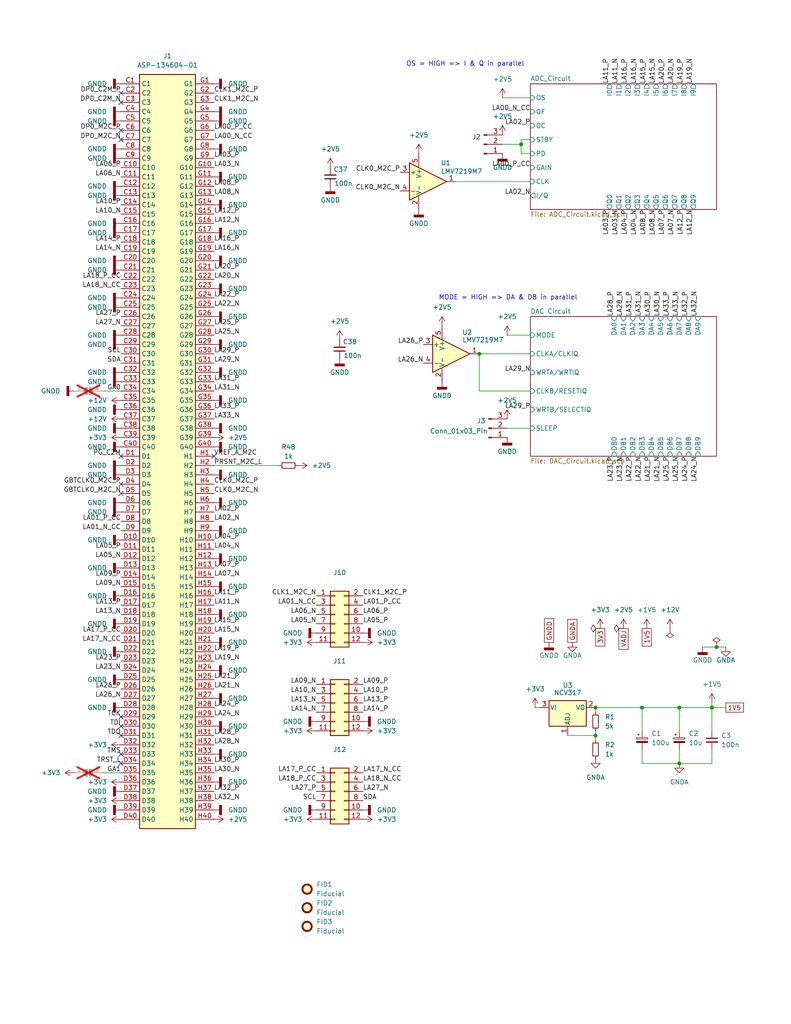
<source format=kicad_sch>
(kicad_sch (version 20231120) (generator "eeschema") (generator_version "8.0")
  (paper "USLetter" portrait)
  (lib_symbols
    (symbol "ASP-134604-01:ASP-134604-01"
      (property "Reference" "J" (at 21.59 7.62 0))
      (property "Value" "ASP-134604-01" (at 21.59 5.08 0))
      (symbol "ASP-134604-01_1_1"
        (pin passive line (at 0 0 0) (length 5.08) (name "C1") (number "C1"))
        (pin passive line (at 0 -22.86 0) (length 5.08) (name "C10") (number "C10"))
        (pin passive line (at 0 -25.4 0) (length 5.08) (name "C11") (number "C11"))
        (pin passive line (at 0 -27.94 0) (length 5.08) (name "C12") (number "C12"))
        (pin passive line (at 0 -30.48 0) (length 5.08) (name "C13") (number "C13"))
        (pin passive line (at 0 -33.02 0) (length 5.08) (name "C14") (number "C14"))
        (pin passive line (at 0 -35.56 0) (length 5.08) (name "C15") (number "C15"))
        (pin passive line (at 0 -38.1 0) (length 5.08) (name "C16") (number "C16"))
        (pin passive line (at 0 -40.64 0) (length 5.08) (name "C17") (number "C17"))
        (pin passive line (at 0 -43.18 0) (length 5.08) (name "C18") (number "C18"))
        (pin passive line (at 0 -45.72 0) (length 5.08) (name "C19") (number "C19"))
        (pin passive line (at 0 -2.54 0) (length 5.08) (name "C2") (number "C2"))
        (pin passive line (at 0 -48.26 0) (length 5.08) (name "C20") (number "C20"))
        (pin passive line (at 0 -50.8 0) (length 5.08) (name "C21") (number "C21"))
        (pin passive line (at 0 -53.34 0) (length 5.08) (name "C22") (number "C22"))
        (pin passive line (at 0 -55.88 0) (length 5.08) (name "C23") (number "C23"))
        (pin passive line (at 0 -58.42 0) (length 5.08) (name "C24") (number "C24"))
        (pin passive line (at 0 -60.96 0) (length 5.08) (name "C25") (number "C25"))
        (pin passive line (at 0 -63.5 0) (length 5.08) (name "C26") (number "C26"))
        (pin passive line (at 0 -66.04 0) (length 5.08) (name "C27") (number "C27"))
        (pin passive line (at 0 -68.58 0) (length 5.08) (name "C28") (number "C28"))
        (pin passive line (at 0 -71.12 0) (length 5.08) (name "C29") (number "C29"))
        (pin passive line (at 0 -5.08 0) (length 5.08) (name "C3") (number "C3"))
        (pin passive line (at 0 -73.66 0) (length 5.08) (name "C30") (number "C30"))
        (pin passive line (at 0 -76.2 0) (length 5.08) (name "C31") (number "C31"))
        (pin passive line (at 0 -78.74 0) (length 5.08) (name "C32") (number "C32"))
        (pin passive line (at 0 -81.28 0) (length 5.08) (name "C33") (number "C33"))
        (pin passive line (at 0 -83.82 0) (length 5.08) (name "C34") (number "C34"))
        (pin passive line (at 0 -86.36 0) (length 5.08) (name "C35") (number "C35"))
        (pin passive line (at 0 -88.9 0) (length 5.08) (name "C36") (number "C36"))
        (pin passive line (at 0 -91.44 0) (length 5.08) (name "C37") (number "C37"))
        (pin passive line (at 0 -93.98 0) (length 5.08) (name "C38") (number "C38"))
        (pin passive line (at 0 -96.52 0) (length 5.08) (name "C39") (number "C39"))
        (pin passive line (at 0 -7.62 0) (length 5.08) (name "C4") (number "C4"))
        (pin passive line (at 0 -99.06 0) (length 5.08) (name "C40") (number "C40"))
        (pin passive line (at 0 -10.16 0) (length 5.08) (name "C5") (number "C5"))
        (pin passive line (at 0 -12.7 0) (length 5.08) (name "C6") (number "C6"))
        (pin passive line (at 0 -15.24 0) (length 5.08) (name "C7") (number "C7"))
        (pin passive line (at 0 -17.78 0) (length 5.08) (name "C8") (number "C8"))
        (pin passive line (at 0 -20.32 0) (length 5.08) (name "C9") (number "C9"))
        (pin passive line (at 0 -101.6 0) (length 5.08) (name "D1") (number "D1"))
        (pin passive line (at 0 -124.46 0) (length 5.08) (name "D10") (number "D10"))
        (pin passive line (at 0 -127 0) (length 5.08) (name "D11") (number "D11"))
        (pin passive line (at 0 -129.54 0) (length 5.08) (name "D12") (number "D12"))
        (pin passive line (at 0 -132.08 0) (length 5.08) (name "D13") (number "D13"))
        (pin passive line (at 0 -134.62 0) (length 5.08) (name "D14") (number "D14"))
        (pin passive line (at 0 -137.16 0) (length 5.08) (name "D15") (number "D15"))
        (pin passive line (at 0 -139.7 0) (length 5.08) (name "D16") (number "D16"))
        (pin passive line (at 0 -142.24 0) (length 5.08) (name "D17") (number "D17"))
        (pin passive line (at 0 -144.78 0) (length 5.08) (name "D18") (number "D18"))
        (pin passive line (at 0 -147.32 0) (length 5.08) (name "D19") (number "D19"))
        (pin passive line (at 0 -104.14 0) (length 5.08) (name "D2") (number "D2"))
        (pin passive line (at 0 -149.86 0) (length 5.08) (name "D20") (number "D20"))
        (pin passive line (at 0 -152.4 0) (length 5.08) (name "D21") (number "D21"))
        (pin passive line (at 0 -154.94 0) (length 5.08) (name "D22") (number "D22"))
        (pin passive line (at 0 -157.48 0) (length 5.08) (name "D23") (number "D23"))
        (pin passive line (at 0 -160.02 0) (length 5.08) (name "D24") (number "D24"))
        (pin passive line (at 0 -162.56 0) (length 5.08) (name "D25") (number "D25"))
        (pin passive line (at 0 -165.1 0) (length 5.08) (name "D26") (number "D26"))
        (pin passive line (at 0 -167.64 0) (length 5.08) (name "D27") (number "D27"))
        (pin passive line (at 0 -170.18 0) (length 5.08) (name "D28") (number "D28"))
        (pin passive line (at 0 -172.72 0) (length 5.08) (name "D29") (number "D29"))
        (pin passive line (at 0 -106.68 0) (length 5.08) (name "D3") (number "D3"))
        (pin passive line (at 0 -175.26 0) (length 5.08) (name "D30") (number "D30"))
        (pin passive line (at 0 -177.8 0) (length 5.08) (name "D31") (number "D31"))
        (pin passive line (at 0 -180.34 0) (length 5.08) (name "D32") (number "D32"))
        (pin passive line (at 0 -182.88 0) (length 5.08) (name "D33") (number "D33"))
        (pin passive line (at 0 -185.42 0) (length 5.08) (name "D34") (number "D34"))
        (pin passive line (at 0 -187.96 0) (length 5.08) (name "D35") (number "D35"))
        (pin passive line (at 0 -190.5 0) (length 5.08) (name "D36") (number "D36"))
        (pin passive line (at 0 -193.04 0) (length 5.08) (name "D37") (number "D37"))
        (pin passive line (at 0 -195.58 0) (length 5.08) (name "D38") (number "D38"))
        (pin passive line (at 0 -198.12 0) (length 5.08) (name "D39") (number "D39"))
        (pin passive line (at 0 -109.22 0) (length 5.08) (name "D4") (number "D4"))
        (pin passive line (at 0 -200.66 0) (length 5.08) (name "D40") (number "D40"))
        (pin passive line (at 0 -111.76 0) (length 5.08) (name "D5") (number "D5"))
        (pin passive line (at 0 -114.3 0) (length 5.08) (name "D6") (number "D6"))
        (pin passive line (at 0 -116.84 0) (length 5.08) (name "D7") (number "D7"))
        (pin passive line (at 0 -119.38 0) (length 5.08) (name "D8") (number "D8"))
        (pin passive line (at 0 -121.92 0) (length 5.08) (name "D9") (number "D9"))
        (pin passive line (at 25.4 0 180) (length 5.08) (name "G1") (number "G1"))
        (pin passive line (at 25.4 -22.86 180) (length 5.08) (name "G10") (number "G10"))
        (pin passive line (at 25.4 -25.4 180) (length 5.08) (name "G11") (number "G11"))
        (pin passive line (at 25.4 -27.94 180) (length 5.08) (name "G12") (number "G12"))
        (pin passive line (at 25.4 -30.48 180) (length 5.08) (name "G13") (number "G13"))
        (pin passive line (at 25.4 -33.02 180) (length 5.08) (name "G14") (number "G14"))
        (pin passive line (at 25.4 -35.56 180) (length 5.08) (name "G15") (number "G15"))
        (pin passive line (at 25.4 -38.1 180) (length 5.08) (name "G16") (number "G16"))
        (pin passive line (at 25.4 -40.64 180) (length 5.08) (name "G17") (number "G17"))
        (pin passive line (at 25.4 -43.18 180) (length 5.08) (name "G18") (number "G18"))
        (pin passive line (at 25.4 -45.72 180) (length 5.08) (name "G19") (number "G19"))
        (pin passive line (at 25.4 -2.54 180) (length 5.08) (name "G2") (number "G2"))
        (pin passive line (at 25.4 -48.26 180) (length 5.08) (name "G20") (number "G20"))
        (pin passive line (at 25.4 -50.8 180) (length 5.08) (name "G21") (number "G21"))
        (pin passive line (at 25.4 -53.34 180) (length 5.08) (name "G22") (number "G22"))
        (pin passive line (at 25.4 -55.88 180) (length 5.08) (name "G23") (number "G23"))
        (pin passive line (at 25.4 -58.42 180) (length 5.08) (name "G24") (number "G24"))
        (pin passive line (at 25.4 -60.96 180) (length 5.08) (name "G25") (number "G25"))
        (pin passive line (at 25.4 -63.5 180) (length 5.08) (name "G26") (number "G26"))
        (pin passive line (at 25.4 -66.04 180) (length 5.08) (name "G27") (number "G27"))
        (pin passive line (at 25.4 -68.58 180) (length 5.08) (name "G28") (number "G28"))
        (pin passive line (at 25.4 -71.12 180) (length 5.08) (name "G29") (number "G29"))
        (pin passive line (at 25.4 -5.08 180) (length 5.08) (name "G3") (number "G3"))
        (pin passive line (at 25.4 -73.66 180) (length 5.08) (name "G30") (number "G30"))
        (pin passive line (at 25.4 -76.2 180) (length 5.08) (name "G31") (number "G31"))
        (pin passive line (at 25.4 -78.74 180) (length 5.08) (name "G32") (number "G32"))
        (pin passive line (at 25.4 -81.28 180) (length 5.08) (name "G33") (number "G33"))
        (pin passive line (at 25.4 -83.82 180) (length 5.08) (name "G34") (number "G34"))
        (pin passive line (at 25.4 -86.36 180) (length 5.08) (name "G35") (number "G35"))
        (pin passive line (at 25.4 -88.9 180) (length 5.08) (name "G36") (number "G36"))
        (pin passive line (at 25.4 -91.44 180) (length 5.08) (name "G37") (number "G37"))
        (pin passive line (at 25.4 -93.98 180) (length 5.08) (name "G38") (number "G38"))
        (pin passive line (at 25.4 -96.52 180) (length 5.08) (name "G39") (number "G39"))
        (pin passive line (at 25.4 -7.62 180) (length 5.08) (name "G4") (number "G4"))
        (pin passive line (at 25.4 -99.06 180) (length 5.08) (name "G40") (number "G40"))
        (pin passive line (at 25.4 -10.16 180) (length 5.08) (name "G5") (number "G5"))
        (pin passive line (at 25.4 -12.7 180) (length 5.08) (name "G6") (number "G6"))
        (pin passive line (at 25.4 -15.24 180) (length 5.08) (name "G7") (number "G7"))
        (pin passive line (at 25.4 -17.78 180) (length 5.08) (name "G8") (number "G8"))
        (pin passive line (at 25.4 -20.32 180) (length 5.08) (name "G9") (number "G9"))
        (pin passive line (at 25.4 -101.6 180) (length 5.08) (name "H1") (number "H1"))
        (pin passive line (at 25.4 -124.46 180) (length 5.08) (name "H10") (number "H10"))
        (pin passive line (at 25.4 -127 180) (length 5.08) (name "H11") (number "H11"))
        (pin passive line (at 25.4 -129.54 180) (length 5.08) (name "H12") (number "H12"))
        (pin passive line (at 25.4 -132.08 180) (length 5.08) (name "H13") (number "H13"))
        (pin passive line (at 25.4 -134.62 180) (length 5.08) (name "H14") (number "H14"))
        (pin passive line (at 25.4 -137.16 180) (length 5.08) (name "H15") (number "H15"))
        (pin passive line (at 25.4 -139.7 180) (length 5.08) (name "H16") (number "H16"))
        (pin passive line (at 25.4 -142.24 180) (length 5.08) (name "H17") (number "H17"))
        (pin passive line (at 25.4 -144.78 180) (length 5.08) (name "H18") (number "H18"))
        (pin passive line (at 25.4 -147.32 180) (length 5.08) (name "H19") (number "H19"))
        (pin passive line (at 25.4 -104.14 180) (length 5.08) (name "H2") (number "H2"))
        (pin passive line (at 25.4 -149.86 180) (length 5.08) (name "H20") (number "H20"))
        (pin passive line (at 25.4 -152.4 180) (length 5.08) (name "H21") (number "H21"))
        (pin passive line (at 25.4 -154.94 180) (length 5.08) (name "H22") (number "H22"))
        (pin passive line (at 25.4 -157.48 180) (length 5.08) (name "H23") (number "H23"))
        (pin passive line (at 25.4 -160.02 180) (length 5.08) (name "H24") (number "H24"))
        (pin passive line (at 25.4 -162.56 180) (length 5.08) (name "H25") (number "H25"))
        (pin passive line (at 25.4 -165.1 180) (length 5.08) (name "H26") (number "H26"))
        (pin passive line (at 25.4 -167.64 180) (length 5.08) (name "H27") (number "H27"))
        (pin passive line (at 25.4 -170.18 180) (length 5.08) (name "H28") (number "H28"))
        (pin passive line (at 25.4 -172.72 180) (length 5.08) (name "H29") (number "H29"))
        (pin passive line (at 25.4 -106.68 180) (length 5.08) (name "H3") (number "H3"))
        (pin passive line (at 25.4 -175.26 180) (length 5.08) (name "H30") (number "H30"))
        (pin passive line (at 25.4 -177.8 180) (length 5.08) (name "H31") (number "H31"))
        (pin passive line (at 25.4 -180.34 180) (length 5.08) (name "H32") (number "H32"))
        (pin passive line (at 25.4 -182.88 180) (length 5.08) (name "H33") (number "H33"))
        (pin passive line (at 25.4 -185.42 180) (length 5.08) (name "H34") (number "H34"))
        (pin passive line (at 25.4 -187.96 180) (length 5.08) (name "H35") (number "H35"))
        (pin passive line (at 25.4 -190.5 180) (length 5.08) (name "H36") (number "H36"))
        (pin passive line (at 25.4 -193.04 180) (length 5.08) (name "H37") (number "H37"))
        (pin passive line (at 25.4 -195.58 180) (length 5.08) (name "H38") (number "H38"))
        (pin passive line (at 25.4 -198.12 180) (length 5.08) (name "H39") (number "H39"))
        (pin passive line (at 25.4 -109.22 180) (length 5.08) (name "H4") (number "H4"))
        (pin passive line (at 25.4 -200.66 180) (length 5.08) (name "H40") (number "H40"))
        (pin passive line (at 25.4 -111.76 180) (length 5.08) (name "H5") (number "H5"))
        (pin passive line (at 25.4 -114.3 180) (length 5.08) (name "H6") (number "H6"))
        (pin passive line (at 25.4 -116.84 180) (length 5.08) (name "H7") (number "H7"))
        (pin passive line (at 25.4 -119.38 180) (length 5.08) (name "H8") (number "H8"))
        (pin passive line (at 25.4 -121.92 180) (length 5.08) (name "H9") (number "H9"))
      )
    )
    (symbol "Comparator:LMV7219M7" (pin_names (offset 0.127))
      (property "Reference" "U" (at -1.27 6.35 0))
      (property "Value" "LMV7219M7" (at -1.27 3.81 0))
      (symbol "LMV7219M7_0_1"
        (pin power_in line (at -2.54 -7.62 90) (length 3.81) (name "V-") (number "2"))
        (pin power_in line (at -2.54 7.62 270) (length 3.81) (name "V+") (number "5"))
      )
      (symbol "LMV7219M7_1_1"
        (pin output line (at 7.62 0 180) (length 2.54) (name "~") (number "1"))
        (pin input line (at -7.62 2.54 0) (length 2.54) (name "+") (number "3"))
        (pin input line (at -7.62 -2.54 0) (length 2.54) (name "-") (number "4"))
      )
    )
    (symbol "Connector:Conn_01x03_Pin" (pin_names (offset 1.016) hide)
      (property "Reference" "J" (at 0 5.08 0))
      (property "Value" "Conn_01x03_Pin" (at 0 -5.08 0))
      (symbol "Conn_01x03_Pin_1_1"
        (pin passive line (at 5.08 2.54 180) (length 3.81) (name "Pin_1") (number "1"))
        (pin passive line (at 5.08 0 180) (length 3.81) (name "Pin_2") (number "2"))
        (pin passive line (at 5.08 -2.54 180) (length 3.81) (name "Pin_3") (number "3"))
      )
    )
    (symbol "Connector_Generic:Conn_02x06_Odd_Even" (pin_names (offset 1.016) hide)
      (property "Reference" "J" (at 1.27 7.62 0))
      (property "Value" "Conn_02x06_Odd_Even" (at 1.27 -10.16 0))
      (symbol "Conn_02x06_Odd_Even_1_1"
        (pin passive line (at -5.08 5.08 0) (length 3.81) (name "Pin_1") (number "1"))
        (pin passive line (at 7.62 -5.08 180) (length 3.81) (name "Pin_10") (number "10"))
        (pin passive line (at -5.08 -7.62 0) (length 3.81) (name "Pin_11") (number "11"))
        (pin passive line (at 7.62 -7.62 180) (length 3.81) (name "Pin_12") (number "12"))
        (pin passive line (at 7.62 5.08 180) (length 3.81) (name "Pin_2") (number "2"))
        (pin passive line (at -5.08 2.54 0) (length 3.81) (name "Pin_3") (number "3"))
        (pin passive line (at 7.62 2.54 180) (length 3.81) (name "Pin_4") (number "4"))
        (pin passive line (at -5.08 0 0) (length 3.81) (name "Pin_5") (number "5"))
        (pin passive line (at 7.62 0 180) (length 3.81) (name "Pin_6") (number "6"))
        (pin passive line (at -5.08 -2.54 0) (length 3.81) (name "Pin_7") (number "7"))
        (pin passive line (at 7.62 -2.54 180) (length 3.81) (name "Pin_8") (number "8"))
        (pin passive line (at -5.08 -5.08 0) (length 3.81) (name "Pin_9") (number "9"))
      )
    )
    (symbol "Device:C_Polarized_Small" (pin_numbers hide) (pin_names (offset 0.254) hide)
      (property "Reference" "C" (at 0.254 1.778 0))
      (property "Value" "C_Polarized_Small" (at 0.254 -2.032 0))
      (symbol "C_Polarized_Small_1_1"
        (pin passive line (at 0 2.54 270) (length 1.8542) (name "~") (number "1"))
        (pin passive line (at 0 -2.54 90) (length 1.8542) (name "~") (number "2"))
      )
    )
    (symbol "Device:C_Small" (pin_numbers hide) (pin_names (offset 0.254) hide)
      (property "Reference" "C" (at 0.254 1.778 0))
      (property "Value" "C_Small" (at 0.254 -2.032 0))
      (symbol "C_Small_1_1"
        (pin passive line (at 0 2.54 270) (length 2.032) (name "~") (number "1"))
        (pin passive line (at 0 -2.54 90) (length 2.032) (name "~") (number "2"))
      )
    )
    (symbol "Device:R_Small" (pin_numbers hide) (pin_names (offset 0.254) hide)
      (property "Reference" "R" (at 0.762 0.508 0))
      (property "Value" "R_Small" (at 0.762 -1.016 0))
      (symbol "R_Small_1_1"
        (pin passive line (at 0 2.54 270) (length 0.762) (name "~") (number "1"))
        (pin passive line (at 0 -2.54 90) (length 0.762) (name "~") (number "2"))
      )
    )
    (symbol "Jumper:SolderJumper_2_Open" (pin_names (offset 0) hide)
      (property "Reference" "JP" (at 0 2.032 0))
      (property "Value" "SolderJumper_2_Open" (at 0 -2.54 0))
      (symbol "SolderJumper_2_Open_1_1"
        (pin passive line (at -3.81 0 0) (length 2.54) (name "A") (number "1"))
        (pin passive line (at 3.81 0 180) (length 2.54) (name "B") (number "2"))
      )
    )
    (symbol "Mechanical:Fiducial" (exclude_from_sim yes) (in_bom no)
      (property "Reference" "FID" (at 0 5.08 0))
      (property "Value" "Fiducial" (at 0 3.175 0))
    )
    (symbol "Regulator_Linear:LM317_SOT-223" (pin_names (offset 0.254))
      (property "Reference" "U" (at -3.81 3.175 0))
      (property "Value" "LM317_SOT-223" (at 0 3.175 0))
      (symbol "LM317_SOT-223_1_1"
        (pin input line (at 0 -7.62 90) (length 2.54) (name "ADJ") (number "1"))
        (pin power_out line (at 7.62 0 180) (length 2.54) (name "VO") (number "2"))
        (pin power_in line (at -7.62 0 0) (length 2.54) (name "VI") (number "3"))
      )
    )
    (symbol "power:+12V" (power) (pin_numbers hide) (pin_names (offset 0) hide)
      (property "Value" "+12V" (at 0 3.556 0))
      (symbol "+12V_1_1"
        (pin power_in line (at 0 0 90) (length 0) (name "~") (number "1"))
      )
    )
    (symbol "power:+1V5" (power) (pin_numbers hide) (pin_names (offset 0) hide)
      (property "Value" "+1V5" (at 0 3.556 0))
      (symbol "+1V5_1_1"
        (pin power_in line (at 0 0 90) (length 0) (name "~") (number "1"))
      )
    )
    (symbol "power:+2V5" (power) (pin_numbers hide) (pin_names (offset 0) hide)
      (property "Value" "+2V5" (at 0 3.556 0))
      (symbol "+2V5_1_1"
        (pin power_in line (at 0 0 90) (length 0) (name "~") (number "1"))
      )
    )
    (symbol "power:+3V3" (power) (pin_numbers hide) (pin_names (offset 0) hide)
      (property "Value" "+3V3" (at 0 3.556 0))
      (symbol "+3V3_1_1"
        (pin power_in line (at 0 0 90) (length 0) (name "~") (number "1"))
      )
    )
    (symbol "power:GNDA" (power) (pin_numbers hide) (pin_names (offset 0) hide)
      (property "Value" "GNDA" (at 0 -3.81 0))
      (symbol "GNDA_1_1"
        (pin power_in line (at 0 0 270) (length 0) (name "~") (number "1"))
      )
    )
    (symbol "power:GNDD" (power) (pin_numbers hide) (pin_names (offset 0) hide)
      (property "Value" "GNDD" (at 0 -3.175 0))
      (symbol "GNDD_1_1"
        (pin power_in line (at 0 0 270) (length 0) (name "~") (number "1"))
      )
    )
    (symbol "power:PWR_FLAG" (power) (pin_numbers hide) (pin_names (offset 0) hide)
      (property "Value" "PWR_FLAG" (at 0 3.81 0))
      (symbol "PWR_FLAG_0_0"
        (pin power_out line (at 0 0 90) (length 0) (name "~") (number "1"))
      )
    )
  )
  (junction (at 185.42 208.28))
  (junction (at 130.81 96.52))
  (junction (at 162.56 200.66))
  (junction (at 195.58 176.53))
  (junction (at 185.42 193.04))
  (junction (at 162.56 193.04))
  (junction (at 175.26 193.04))
  (junction (at 194.31 193.04))
  (junction (at 142.24 39.37))
  (no_connect (at 33.02 200.66))
  (no_connect (at 33.02 38.1))
  (no_connect (at 33.02 208.28))
  (no_connect (at 33.02 195.58))
  (no_connect (at 33.02 198.12))
  (no_connect (at 58.42 124.46))
  (no_connect (at 33.02 134.62))
  (no_connect (at 33.02 124.46))
  (no_connect (at 33.02 35.56))
  (no_connect (at 33.02 132.08))
  (no_connect (at 33.02 25.4))
  (no_connect (at 33.02 205.74))
  (no_connect (at 33.02 27.94))
  (wire (pts (xy 147.32 193.04) (xy 146.05 193.04)))
  (wire (pts (xy 185.42 193.04) (xy 185.42 199.39)))
  (wire (pts (xy 185.42 208.28) (xy 194.31 208.28)))
  (wire (pts (xy 142.24 38.1) (xy 144.78 38.1)))
  (wire (pts (xy 175.26 193.04) (xy 185.42 193.04)))
  (wire (pts (xy 194.31 193.04) (xy 194.31 199.39)))
  (wire (pts (xy 185.42 193.04) (xy 194.31 193.04)))
  (wire (pts (xy 191.77 176.53) (xy 195.58 176.53)))
  (wire (pts (xy 162.56 193.04) (xy 175.26 193.04)))
  (wire (pts (xy 162.56 200.66) (xy 154.94 200.66)))
  (wire (pts (xy 142.24 39.37) (xy 142.24 41.91)))
  (wire (pts (xy 138.43 116.84) (xy 144.78 116.84)))
  (wire (pts (xy 162.56 199.39) (xy 162.56 200.66)))
  (wire (pts (xy 137.16 39.37) (xy 142.24 39.37)))
  (wire (pts (xy 162.56 193.04) (xy 162.56 194.31)))
  (wire (pts (xy 194.31 193.04) (xy 198.12 193.04)))
  (wire (pts (xy 27.94 106.68) (xy 33.02 106.68)))
  (wire (pts (xy 185.42 204.47) (xy 185.42 208.28)))
  (wire (pts (xy 175.26 204.47) (xy 175.26 208.28)))
  (wire (pts (xy 130.81 106.68) (xy 130.81 96.52)))
  (wire (pts (xy 137.16 26.67) (xy 144.78 26.67)))
  (wire (pts (xy 58.42 127) (xy 76.2 127)))
  (wire (pts (xy 142.24 39.37) (xy 142.24 38.1)))
  (wire (pts (xy 27.94 210.82) (xy 33.02 210.82)))
  (wire (pts (xy 130.81 96.52) (xy 144.78 96.52)))
  (wire (pts (xy 194.31 191.77) (xy 194.31 193.04)))
  (wire (pts (xy 124.46 49.53) (xy 144.78 49.53)))
  (wire (pts (xy 162.56 201.93) (xy 162.56 200.66)))
  (wire (pts (xy 144.78 106.68) (xy 130.81 106.68)))
  (wire (pts (xy 144.78 41.91) (xy 142.24 41.91)))
  (wire (pts (xy 195.58 176.53) (xy 198.12 176.53)))
  (wire (pts (xy 194.31 204.47) (xy 194.31 208.28)))
  (wire (pts (xy 138.43 91.44) (xy 144.78 91.44)))
  (wire (pts (xy 175.26 193.04) (xy 175.26 199.39)))
  (wire (pts (xy 175.26 208.28) (xy 185.42 208.28)))
  (text "OS = HIGH => I & Q in parallel" (at 127 17.526 0) (effects (font (size 1.27 1.27))))
  (text "MODE = HIGH => DA & DB in parallel" (at 138.684 81.28 0) (effects (font (size 1.27 1.27))))
  (label "LA09_N" (at 86.36 186.69 180))
  (label "LA29_N" (at 58.42 99.06 0))
  (label "LA16_N" (at 58.42 68.58 0))
  (label "LA12_P" (at 186.69 57.15 270))
  (label "LA03_N" (at 168.91 57.15 270))
  (label "TMS" (at 33.02 205.74 180))
  (label "CLK0_M2C_P" (at 109.22 46.99 180))
  (label "LA29_N" (at 144.78 101.6 180))
  (label "LA24_N" (at 58.42 195.58 0))
  (label "LA10_N" (at 33.02 58.42 180))
  (label "LA02_N" (at 144.78 53.34 180))
  (label "LA30_P" (at 58.42 208.28 0))
  (label "LA21_N" (at 58.42 187.96 0))
  (label "LA09_P" (at 33.02 157.48 180))
  (label "LA23_N" (at 33.02 182.88 180))
  (label "LA14_P" (at 33.02 66.04 180))
  (label "LA17_P_CC" (at 33.02 172.72 180))
  (label "TCK" (at 33.02 195.58 180))
  (label "LA15_P" (at 58.42 170.18 0))
  (label "LA27_N" (at 99.06 215.9 0))
  (label "LA09_P" (at 99.06 186.69 0))
  (label "SCL" (at 86.36 218.44 180))
  (label "LA11_P" (at 166.37 22.86 90))
  (label "LA02_P" (at 58.42 139.7 0))
  (label "LA05_P" (at 33.02 149.86 180))
  (label "LA33_N" (at 58.42 114.3 0))
  (label "LA08_P" (at 58.42 50.8 0))
  (label "LA17_P_CC" (at 86.36 210.82 180))
  (label "LA22_P" (at 58.42 81.28 0))
  (label "LA18_P_CC" (at 33.02 76.2 180))
  (label "LA05_N" (at 86.36 170.18 180))
  (label "LA01_N_CC" (at 33.02 144.78 180))
  (label "LA03_P" (at 58.42 43.18 0))
  (label "LA00_N_CC" (at 58.42 38.1 0))
  (label "LA08_N" (at 58.42 53.34 0))
  (label "LA33_P" (at 182.88 86.36 90))
  (label "LA07_P" (at 181.61 57.15 270))
  (label "LA20_N" (at 184.15 22.86 90))
  (label "LA25_P" (at 182.88 124.46 270))
  (label "LA26_P" (at 33.02 187.96 180))
  (label "LA02_P" (at 144.78 34.29 180))
  (label "LA32_N" (at 58.42 218.44 0))
  (label "LA16_N" (at 173.99 22.86 90))
  (label "LA25_N" (at 58.42 91.44 0))
  (label "DP0_M2C_N" (at 33.02 38.1 180))
  (label "LA10_P" (at 99.06 189.23 0))
  (label "LA05_P" (at 99.06 170.18 0))
  (label "LA04_N" (at 173.99 57.15 270))
  (label "LA21_P" (at 58.42 185.42 0))
  (label "LA10_N" (at 86.36 189.23 180))
  (label "LA28_N" (at 170.18 86.36 90))
  (label "LA13_N" (at 86.36 191.77 180))
  (label "TDO" (at 33.02 200.66 180))
  (label "LA30_N" (at 58.42 210.82 0))
  (label "CLK1_M2C_N" (at 58.42 27.94 0))
  (label "LA00_N_CC" (at 144.78 30.48 180))
  (label "LA22_N" (at 175.26 124.46 270))
  (label "LA13_P" (at 99.06 191.77 0))
  (label "LA07_N" (at 184.15 57.15 270))
  (label "CLK1_M2C_P" (at 58.42 25.4 0))
  (label "LA26_N" (at 33.02 190.5 180))
  (label "LA04_P" (at 171.45 57.15 270))
  (label "LA29_P" (at 144.78 111.76 180))
  (label "LA19_N" (at 189.23 22.86 90))
  (label "LA21_N" (at 180.34 124.46 270))
  (label "LA01_N_CC" (at 86.36 165.1 180))
  (label "LA25_P" (at 58.42 88.9 0))
  (label "LA25_N" (at 185.42 124.46 270))
  (label "LA17_N_CC" (at 99.06 210.82 0))
  (label "LA05_N" (at 33.02 152.4 180))
  (label "LA03_P" (at 166.37 57.15 270))
  (label "LA06_N" (at 86.36 167.64 180))
  (label "LA08_P" (at 176.53 57.15 270))
  (label "GA1" (at 33.02 210.82 180))
  (label "LA30_N" (at 180.34 86.36 90))
  (label "LA23_N" (at 170.18 124.46 270))
  (label "LA18_N_CC" (at 33.02 78.74 180))
  (label "CLK1_M2C_N" (at 86.36 162.56 180))
  (label "LA27_P" (at 86.36 215.9 180))
  (label "LA32_P" (at 187.96 86.36 90))
  (label "LA15_N" (at 58.42 172.72 0))
  (label "LA14_N" (at 33.02 68.58 180))
  (label "GBTCLK0_M2C_P" (at 33.02 132.08 180))
  (label "LA31_P" (at 172.72 86.36 90))
  (label "TRST_L" (at 33.02 208.28 180))
  (label "LA26_P" (at 115.57 93.98 180))
  (label "TDI" (at 33.02 198.12 180))
  (label "LA07_N" (at 58.42 157.48 0))
  (label "LA06_P" (at 99.06 167.64 0))
  (label "LA09_N" (at 33.02 160.02 180))
  (label "GBTCLK0_M2C_N" (at 33.02 134.62 180))
  (label "LA03_N" (at 58.42 45.72 0))
  (label "LA32_N" (at 190.5 86.36 90))
  (label "LA04_P" (at 58.42 147.32 0))
  (label "LA33_P" (at 58.42 111.76 0))
  (label "LA24_P" (at 187.96 124.46 270))
  (label "LA29_P" (at 58.42 96.52 0))
  (label "LA27_N" (at 33.02 88.9 180))
  (label "LA20_P" (at 58.42 73.66 0))
  (label "LA14_N" (at 86.36 194.31 180))
  (label "DP0_C2M_N" (at 33.02 27.94 180))
  (label "PRSNT_M2C_L" (at 58.42 127 0))
  (label "LA24_P" (at 58.42 193.04 0))
  (label "LA13_N" (at 33.02 167.64 180))
  (label "LA12_N" (at 58.42 60.96 0))
  (label "LA30_P" (at 177.8 86.36 90))
  (label "LA28_N" (at 58.42 203.2 0))
  (label "LA02_N" (at 58.42 142.24 0))
  (label "LA32_P" (at 58.42 215.9 0))
  (label "LA19_N" (at 58.42 180.34 0))
  (label "CLK0_M2C_N" (at 109.22 52.07 180))
  (label "LA22_P" (at 172.72 124.46 270))
  (label "LA31_N" (at 175.26 86.36 90))
  (label "LA26_N" (at 115.57 99.06 180))
  (label "LA20_P" (at 181.61 22.86 90))
  (label "LA01_P_CC" (at 33.02 142.24 180))
  (label "LA23_P" (at 167.64 124.46 270))
  (label "LA18_P_CC" (at 86.36 213.36 180))
  (label "LA16_P" (at 58.42 66.04 0))
  (label "LA11_P" (at 58.42 162.56 0))
  (label "LA12_N" (at 189.23 57.15 270))
  (label "LA19_P" (at 58.42 177.8 0))
  (label "VREF_A_M2C" (at 58.42 124.46 0))
  (label "LA13_P" (at 33.02 165.1 180))
  (label "LA06_N" (at 33.02 48.26 180))
  (label "LA11_N" (at 58.42 165.1 0))
  (label "LA18_N_CC" (at 99.06 213.36 0))
  (label "LA17_N_CC" (at 33.02 175.26 180))
  (label "SDA" (at 99.06 218.44 0))
  (label "LA21_P" (at 177.8 124.46 270))
  (label "CLK1_M2C_P" (at 99.06 162.56 0))
  (label "SCL" (at 33.02 96.52 180))
  (label "LA19_P" (at 186.69 22.86 90))
  (label "LA20_N" (at 58.42 76.2 0))
  (label "LA16_P" (at 171.45 22.86 90))
  (label "LA28_P" (at 58.42 200.66 0))
  (label "LA00_P_CC" (at 144.78 45.72 180))
  (label "LA12_P" (at 58.42 58.42 0))
  (label "LA00_P_CC" (at 58.42 35.56 0))
  (label "DP0_M2C_P" (at 33.02 35.56 180))
  (label "LA31_N" (at 58.42 106.68 0))
  (label "DP0_C2M_P" (at 33.02 25.4 180))
  (label "LA11_N" (at 168.91 22.86 90))
  (label "LA01_P_CC" (at 99.06 165.1 0))
  (label "LA31_P" (at 58.42 104.14 0))
  (label "LA14_P" (at 99.06 194.31 0))
  (label "LA24_N" (at 190.5 124.46 270))
  (label "LA28_P" (at 167.64 86.36 90))
  (label "CLK0_M2C_N" (at 58.42 134.62 0))
  (label "LA15_P" (at 176.53 22.86 90))
  (label "LA27_P" (at 33.02 86.36 180))
  (label "CLK0_M2C_P" (at 58.42 132.08 0))
  (label "LA07_P" (at 58.42 154.94 0))
  (label "LA06_P" (at 33.02 45.72 180))
  (label "LA08_N" (at 179.07 57.15 270))
  (label "LA04_N" (at 58.42 149.86 0))
  (label "LA33_N" (at 185.42 86.36 90))
  (label "PG_C2M" (at 33.02 124.46 180))
  (label "LA23_P" (at 33.02 180.34 180))
  (label "LA10_P" (at 33.02 55.88 180))
  (label "GA0" (at 33.02 106.68 180))
  (label "LA22_N" (at 58.42 83.82 0))
  (label "LA15_N" (at 179.07 22.86 90))
  (label "SDA" (at 33.02 99.06 180))
  (global_label "3V3" (shape passive) (at 163.83 171.45 270) (property "Intersheetrefs" "${INTERSHEET_REFS}" (effects (hide yes))))
  (global_label "1V5" (shape passive) (at 198.12 193.04 0) (property "Intersheetrefs" "${INTERSHEET_REFS}" (effects (hide yes))))
  (global_label "GNDD" (shape passive) (at 149.86 175.26 90) (property "Intersheetrefs" "${INTERSHEET_REFS}" (effects (hide yes))))
  (global_label "1V5" (shape passive) (at 176.53 171.45 270) (property "Intersheetrefs" "${INTERSHEET_REFS}" (effects (hide yes))))
  (global_label "GNDA" (shape passive) (at 156.21 175.26 90) (property "Intersheetrefs" "${INTERSHEET_REFS}" (effects (hide yes))))
  (global_label "VADJ" (shape passive) (at 170.18 171.45 270) (property "Intersheetrefs" "${INTERSHEET_REFS}" (effects (hide yes))))
  (symbol (lib_id "power:GNDD") (at 99.06 196.85 90) (unit 1)
    (property "Reference" "#PWR0170" (effects (hide yes)))
    (property "Value" "GNDD" (at 102.87 196.8499 90) (effects (justify right)))
    (property "Description" "Power symbol creates a global label with name \"GNDD\" , digital ground" (effects (hide yes)))
  )
  (symbol (lib_id "power:+2V5") (at 92.71 92.71 0) (unit 1)
    (property "Reference" "#PWR0186" (effects (hide yes)))
    (property "Value" "+2V5" (at 92.71 87.63 0))
    (property "Description" "Power symbol creates a global label with name \"+2V5\"" (effects (hide yes)))
  )
  (symbol (lib_id "power:GNDD") (at 58.42 40.64 90) (unit 1)
    (property "Reference" "#PWR046" (effects (hide yes)))
    (property "Value" "GNDD" (at 62.23 40.6399 90) (effects (justify right)))
    (property "Description" "Power symbol creates a global label with name \"GNDD\" , digital ground" (effects (hide yes)))
  )
  (symbol (lib_id "power:GNDD") (at 58.42 198.12 90) (unit 1)
    (property "Reference" "#PWR068" (effects (hide yes)))
    (property "Value" "GNDD" (at 62.23 198.1199 90) (effects (justify right)))
    (property "Description" "Power symbol creates a global label with name \"GNDD\" , digital ground" (effects (hide yes)))
  )
  (symbol (lib_id "power:GNDA") (at 156.21 175.26 0) (unit 1)
    (property "Reference" "#PWR085" (effects (hide yes)))
    (property "Value" "GNDA" (at 156.21 178.816 0))
    (property "Description" "Power symbol creates a global label with name \"GNDA\" , analog ground" (effects (hide yes)))
  )
  (symbol (lib_id "power:GNDD") (at 58.42 152.4 90) (unit 1)
    (property "Reference" "#PWR062" (effects (hide yes)))
    (property "Value" "GNDD" (at 62.23 152.3999 90) (effects (justify right)))
    (property "Description" "Power symbol creates a global label with name \"GNDD\" , digital ground" (effects (hide yes)))
  )
  (symbol (lib_id "power:PWR_FLAG") (at 182.88 171.45 180) (unit 1)
    (property "Reference" "#FLG04" (effects (hide yes)))
    (property "Value" "PWR_FLAG" (effects (hide yes)))
    (property "Description" "Special symbol for telling ERC where power comes from" (effects (hide yes)))
  )
  (symbol (lib_id "power:GNDD") (at 58.42 30.48 90) (unit 1)
    (property "Reference" "#PWR044" (effects (hide yes)))
    (property "Value" "GNDD" (at 62.23 30.4799 90) (effects (justify right)))
    (property "Description" "Power symbol creates a global label with name \"GNDD\" , digital ground" (effects (hide yes)))
  )
  (symbol (lib_id "power:PWR_FLAG") (at 195.58 176.53 0) (unit 1)
    (property "Reference" "#FLG02" (effects (hide yes)))
    (property "Value" "PWR_FLAG" (effects (hide yes)))
    (property "Description" "Special symbol for telling ERC where power comes from" (effects (hide yes)))
  )
  (symbol (lib_id "power:GNDD") (at 33.02 83.82 270) (unit 1)
    (property "Reference" "#PWR015" (effects (hide yes)))
    (property "Value" "GNDD" (at 29.21 83.8199 90) (effects (justify right)))
    (property "Description" "Power symbol creates a global label with name \"GNDD\" , digital ground" (effects (hide yes)))
  )
  (symbol (lib_id "power:GNDD") (at 86.36 172.72 270) (unit 1)
    (property "Reference" "#PWR0161" (effects (hide yes)))
    (property "Value" "GNDD" (at 82.55 172.7199 90) (effects (justify right)))
    (property "Description" "Power symbol creates a global label with name \"GNDD\" , digital ground" (effects (hide yes)))
  )
  (symbol (lib_id "Connector:Conn_01x03_Pin") (at 133.35 116.84 0) (mirror x) (unit 1)
    (property "Reference" "J3" (at 131.318 114.808 0))
    (property "Value" "Conn_01x03_Pin" (at 125.222 117.602 0))
    (property "Footprint" "Connector_PinHeader_2.54mm:PinHeader_1x03_P2.54mm_Vertical_SMD_Pin1Left" (effects (hide yes)))
    (property "Description" "Generic connector, single row, 01x03, script generated" (effects (hide yes)))
    (property "Mouser Link" "https://ro.mouser.com/ProductDetail/Amphenol-FCI/10129380-903001BLF?qs=0lQeLiL1qyY7ch20dCKSWg%3D%3D" (effects (hide yes)))
  )
  (symbol (lib_id "power:GNDD") (at 58.42 182.88 90) (unit 1)
    (property "Reference" "#PWR066" (effects (hide yes)))
    (property "Value" "GNDD" (at 62.23 182.8799 90) (effects (justify right)))
    (property "Description" "Power symbol creates a global label with name \"GNDD\" , digital ground" (effects (hide yes)))
  )
  (symbol (lib_id "power:GNDD") (at 58.42 78.74 90) (unit 1)
    (property "Reference" "#PWR051" (effects (hide yes)))
    (property "Value" "GNDD" (at 62.23 78.7399 90) (effects (justify right)))
    (property "Description" "Power symbol creates a global label with name \"GNDD\" , digital ground" (effects (hide yes)))
  )
  (symbol (lib_id "power:GNDD") (at 58.42 167.64 90) (unit 1)
    (property "Reference" "#PWR064" (effects (hide yes)))
    (property "Value" "GNDD" (at 62.23 167.6399 90) (effects (justify right)))
    (property "Description" "Power symbol creates a global label with name \"GNDD\" , digital ground" (effects (hide yes)))
  )
  (symbol (lib_id "power:GNDD") (at 86.36 220.98 270) (unit 1)
    (property "Reference" "#PWR0173" (effects (hide yes)))
    (property "Value" "GNDD" (at 82.55 220.9799 90) (effects (justify right)))
    (property "Description" "Power symbol creates a global label with name \"GNDD\" , digital ground" (effects (hide yes)))
  )
  (symbol (lib_id "Comparator:LMV7219M7") (at 116.84 49.53 0) (unit 1)
    (property "Reference" "U1" (at 121.666 44.45 0))
    (property "Value" "LMV7219M7" (at 125.984 46.736 0))
    (property "Footprint" "Package_TO_SOT_SMD:SOT-353_SC-70-5" (effects (hide yes)))
    (property "Datasheet" "https://www.ti.com/lit/ds/symlink/lmv7219.pdf" (effects (hide yes)))
    (property "Description" "Single Low-Power High-Speed Push-Pull Output Comparator, SC-70-5" (effects (hide yes)))
    (property "Mouser Link" "https://ro.mouser.com/ProductDetail/Texas-Instruments/LMV7219M5X-NOPB?qs=7lkVKPoqpbYs%252BT8enjO7tg%3D%3D" (effects (hide yes)))
  )
  (symbol (lib_id "power:GNDD") (at 58.42 129.54 90) (unit 1)
    (property "Reference" "#PWR059" (effects (hide yes)))
    (property "Value" "GNDD" (at 62.23 129.5399 90) (effects (justify right)))
    (property "Description" "Power symbol creates a global label with name \"GNDD\" , digital ground" (effects (hide yes)))
  )
  (symbol (lib_id "power:GNDD") (at 58.42 121.92 90) (unit 1)
    (property "Reference" "#PWR058" (effects (hide yes)))
    (property "Value" "GNDD" (at 62.23 121.9199 90) (effects (justify right)))
    (property "Description" "Power symbol creates a global label with name \"GNDD\" , digital ground" (effects (hide yes)))
  )
  (symbol (lib_id "power:+2V5") (at 81.28 127 270) (unit 1)
    (property "Reference" "#PWR0175" (effects (hide yes)))
    (property "Value" "+2V5" (at 85.09 126.9999 90) (effects (justify left)))
    (property "Description" "Power symbol creates a global label with name \"+2V5\"" (effects (hide yes)))
  )
  (symbol (lib_id "power:GNDD") (at 86.36 196.85 270) (unit 1)
    (property "Reference" "#PWR0171" (effects (hide yes)))
    (property "Value" "GNDD" (at 82.55 196.8499 90) (effects (justify right)))
    (property "Description" "Power symbol creates a global label with name \"GNDD\" , digital ground" (effects (hide yes)))
  )
  (symbol (lib_id "Device:C_Polarized_Small") (at 185.42 201.93 0) (unit 1)
    (property "Reference" "C2" (at 187.96 200.1138 0) (effects (justify left)))
    (property "Value" "10u" (at 187.96 202.6538 0) (effects (justify left)))
    (property "Footprint" "Capacitor_SMD:C_0805_2012Metric_Pad1.18x1.45mm_HandSolder" (effects (hide yes)))
    (property "Description" "Polarized capacitor, small symbol" (effects (hide yes)))
    (property "Mouser Link" "https://ro.mouser.com/ProductDetail/Samsung-Electro-Mechanics/CL21A106KOQNNNE?qs=sGAEpiMZZMsh%252B1woXyUXj7iNKXiFkBmwjufexzBEAvI%3D" (effects (hide yes)))
    (property "LCSC" "C408141" (effects (hide yes)))
  )
  (symbol (lib_id "power:+3V3") (at 86.36 175.26 90) (unit 1)
    (property "Reference" "#PWR0160" (effects (hide yes)))
    (property "Value" "+3V3" (at 82.55 175.2599 90) (effects (justify left)))
    (property "Description" "Power symbol creates a global label with name \"+3V3\"" (effects (hide yes)))
  )
  (symbol (lib_id "power:GNDD") (at 33.02 147.32 270) (unit 1)
    (property "Reference" "#PWR030" (effects (hide yes)))
    (property "Value" "GNDD" (at 29.21 147.3199 90) (effects (justify right)))
    (property "Description" "Power symbol creates a global label with name \"GNDD\" , digital ground" (effects (hide yes)))
  )
  (symbol (lib_id "power:+3V3") (at 99.06 175.26 270) (unit 1)
    (property "Reference" "#PWR0168" (effects (hide yes)))
    (property "Value" "+3V3" (at 102.87 175.2599 90) (effects (justify left)))
    (property "Description" "Power symbol creates a global label with name \"+3V3\"" (effects (hide yes)))
  )
  (symbol (lib_id "power:GNDD") (at 99.06 172.72 90) (unit 1)
    (property "Reference" "#PWR0169" (effects (hide yes)))
    (property "Value" "GNDD" (at 102.87 172.7199 90) (effects (justify right)))
    (property "Description" "Power symbol creates a global label with name \"GNDD\" , digital ground" (effects (hide yes)))
  )
  (symbol (lib_id "power:GNDD") (at 33.02 137.16 270) (unit 1)
    (property "Reference" "#PWR028" (effects (hide yes)))
    (property "Value" "GNDD" (at 29.21 137.1599 90) (effects (justify right)))
    (property "Description" "Power symbol creates a global label with name \"GNDD\" , digital ground" (effects (hide yes)))
  )
  (symbol (lib_id "power:+3V3") (at 33.02 203.2 90) (unit 1)
    (property "Reference" "#PWR037" (effects (hide yes)))
    (property "Value" "+3V3" (at 29.21 203.1999 90) (effects (justify left)))
    (property "Description" "Power symbol creates a global label with name \"+3V3\"" (effects (hide yes)))
  )
  (symbol (lib_id "power:+3V3") (at 33.02 223.52 90) (unit 1)
    (property "Reference" "#PWR042" (effects (hide yes)))
    (property "Value" "+3V3" (at 29.21 223.5199 90) (effects (justify left)))
    (property "Description" "Power symbol creates a global label with name \"+3V3\"" (effects (hide yes)))
  )
  (symbol (lib_id "power:GNDD") (at 58.42 93.98 90) (unit 1)
    (property "Reference" "#PWR053" (effects (hide yes)))
    (property "Value" "GNDD" (at 62.23 93.9799 90) (effects (justify right)))
    (property "Description" "Power symbol creates a global label with name \"GNDD\" , digital ground" (effects (hide yes)))
  )
  (symbol (lib_id "power:GNDD") (at 58.42 48.26 90) (unit 1)
    (property "Reference" "#PWR047" (effects (hide yes)))
    (property "Value" "GNDD" (at 62.23 48.2599 90) (effects (justify right)))
    (property "Description" "Power symbol creates a global label with name \"GNDD\" , digital ground" (effects (hide yes)))
  )
  (symbol (lib_id "power:+2V5") (at 138.43 91.44 0) (unit 1)
    (property "Reference" "#PWR080" (effects (hide yes)))
    (property "Value" "+2V5" (at 138.43 86.36 0))
    (property "Description" "Power symbol creates a global label with name \"+2V5\"" (effects (hide yes)))
  )
  (symbol (lib_id "Mechanical:Fiducial") (at 83.82 252.73 0) (unit 1) (exclude_from_sim yes) (in_bom no)
    (property "Reference" "FID3" (at 86.36 251.4599 0) (effects (justify left)))
    (property "Value" "Fiducial" (at 86.36 253.9999 0) (effects (justify left)))
    (property "Footprint" "Fiducial:Fiducial_0.5mm_Mask1mm" (effects (hide yes)))
    (property "Description" "Fiducial Marker" (effects (hide yes)))
    (property "Mouser Link" "N/A" (effects (hide yes)))
  )
  (symbol (lib_id "power:GNDD") (at 33.02 215.9 270) (unit 1)
    (property "Reference" "#PWR039" (effects (hide yes)))
    (property "Value" "GNDD" (at 29.21 215.8999 90) (effects (justify right)))
    (property "Description" "Power symbol creates a global label with name \"GNDD\" , digital ground" (effects (hide yes)))
  )
  (symbol (lib_id "Mechanical:Fiducial") (at 83.82 247.65 0) (unit 1) (exclude_from_sim yes) (in_bom no)
    (property "Reference" "FID2" (at 86.36 246.3799 0) (effects (justify left)))
    (property "Value" "Fiducial" (at 86.36 248.9199 0) (effects (justify left)))
    (property "Footprint" "Fiducial:Fiducial_0.5mm_Mask1mm" (effects (hide yes)))
    (property "Description" "Fiducial Marker" (effects (hide yes)))
    (property "Mouser Link" "N/A" (effects (hide yes)))
  )
  (symbol (lib_id "power:GNDD") (at 33.02 91.44 270) (unit 1)
    (property "Reference" "#PWR016" (effects (hide yes)))
    (property "Value" "GNDD" (at 29.21 91.4399 90) (effects (justify right)))
    (property "Description" "Power symbol creates a global label with name \"GNDD\" , digital ground" (effects (hide yes)))
  )
  (symbol (lib_id "power:GNDD") (at 33.02 116.84 270) (unit 1)
    (property "Reference" "#PWR023" (effects (hide yes)))
    (property "Value" "GNDD" (at 29.21 116.8399 90) (effects (justify right)))
    (property "Description" "Power symbol creates a global label with name \"GNDD\" , digital ground" (effects (hide yes)))
  )
  (symbol (lib_id "power:+2V5") (at 114.3 41.91 0) (unit 1)
    (property "Reference" "#PWR073" (effects (hide yes)))
    (property "Value" "+2V5" (at 114.3 36.83 0))
    (property "Description" "Power symbol creates a global label with name \"+2V5\"" (effects (hide yes)))
  )
  (symbol (lib_id "power:GNDD") (at 58.42 22.86 90) (unit 1)
    (property "Reference" "#PWR043" (effects (hide yes)))
    (property "Value" "GNDD" (at 62.23 22.8599 90) (effects (justify right)))
    (property "Description" "Power symbol creates a global label with name \"GNDD\" , digital ground" (effects (hide yes)))
  )
  (symbol (lib_id "power:GNDA") (at 185.42 208.28 0) (unit 1)
    (property "Reference" "#PWR090" (effects (hide yes)))
    (property "Value" "GNDA" (at 185.42 213.36 0))
    (property "Description" "Power symbol creates a global label with name \"GNDA\" , analog ground" (effects (hide yes)))
  )
  (symbol (lib_id "Connector_Generic:Conn_02x06_Odd_Even") (at 91.44 215.9 0) (unit 1)
    (property "Reference" "J12" (at 92.71 204.47 0))
    (property "Value" "Conn_02x06_Odd_Even" (effects (hide yes)))
    (property "Footprint" "Connector_PinSocket_2.54mm:PinSocket_2x06_P2.54mm_Vertical" (effects (hide yes)))
    (property "Description" "Generic connector, double row, 02x06, odd/even pin numbering scheme (row 1 odd numbers, row 2 even numbers), script generated (kicad-library-utils/schlib/autogen/connector/)" (effects (hide yes)))
    (property "Mouser Link" "https://ro.mouser.com/ProductDetail/Samtec/SSW-106-01-T-D?qs=iT52DjcXuds3ZRKSeKutcw%3D%3D" (effects (hide yes)))
  )
  (symbol (lib_id "power:+12V") (at 33.02 109.22 90) (unit 1)
    (property "Reference" "#PWR020" (effects (hide yes)))
    (property "Value" "+12V" (at 29.21 109.2199 90) (effects (justify left)))
    (property "Description" "Power symbol creates a global label with name \"+12V\"" (effects (hide yes)))
  )
  (symbol (lib_id "power:GNDD") (at 33.02 81.28 270) (unit 1)
    (property "Reference" "#PWR014" (effects (hide yes)))
    (property "Value" "GNDD" (at 29.21 81.2799 90) (effects (justify right)))
    (property "Description" "Power symbol creates a global label with name \"GNDD\" , digital ground" (effects (hide yes)))
  )
  (symbol (lib_id "power:+3V3") (at 146.05 193.04 0) (unit 1)
    (property "Reference" "#PWR083" (effects (hide yes)))
    (property "Value" "+3V3" (at 146.05 187.96 0))
    (property "Description" "Power symbol creates a global label with name \"+3V3\"" (effects (hide yes)))
  )
  (symbol (lib_id "power:+2V5") (at 138.43 114.3 0) (unit 1)
    (property "Reference" "#PWR081" (effects (hide yes)))
    (property "Value" "+2V5" (at 138.43 109.22 0))
    (property "Description" "Power symbol creates a global label with name \"+2V5\"" (effects (hide yes)))
  )
  (symbol (lib_id "power:GNDD") (at 137.16 41.91 0) (unit 1)
    (property "Reference" "#PWR079" (effects (hide yes)))
    (property "Value" "GNDD" (at 137.16 45.72 0))
    (property "Description" "Power symbol creates a global label with name \"GNDD\" , digital ground" (effects (hide yes)))
  )
  (symbol (lib_id "power:GNDD") (at 58.42 33.02 90) (unit 1)
    (property "Reference" "#PWR045" (effects (hide yes)))
    (property "Value" "GNDD" (at 62.23 33.0199 90) (effects (justify right)))
    (property "Description" "Power symbol creates a global label with name \"GNDD\" , digital ground" (effects (hide yes)))
  )
  (symbol (lib_id "power:+3V3") (at 86.36 199.39 90) (unit 1)
    (property "Reference" "#PWR0164" (effects (hide yes)))
    (property "Value" "+3V3" (at 82.55 199.3899 90) (effects (justify left)))
    (property "Description" "Power symbol creates a global label with name \"+3V3\"" (effects (hide yes)))
  )
  (symbol (lib_id "power:+3V3") (at 163.83 171.45 0) (unit 1)
    (property "Reference" "#PWR087" (effects (hide yes)))
    (property "Value" "+3V3" (at 163.83 166.37 0))
    (property "Description" "Power symbol creates a global label with name \"+3V3\"" (effects (hide yes)))
  )
  (symbol (lib_id "power:GNDD") (at 58.42 101.6 90) (unit 1)
    (property "Reference" "#PWR054" (effects (hide yes)))
    (property "Value" "GNDD" (at 62.23 101.5999 90) (effects (justify right)))
    (property "Description" "Power symbol creates a global label with name \"GNDD\" , digital ground" (effects (hide yes)))
  )
  (symbol (lib_id "Jumper:SolderJumper_2_Open") (at 24.13 106.68 0) (unit 1) (dnp yes)
    (property "Reference" "JP1" (effects (hide yes)))
    (property "Value" "SolderJumper_2_Open" (effects (hide yes)))
    (property "Footprint" "Jumper:SolderJumper-2_P1.3mm_Open_TrianglePad1.0x1.5mm" (effects (hide yes)))
    (property "Description" "Solder Jumper, 2-pole, open" (effects (hide yes)))
    (property "Mouser Link" "N/A" (effects (hide yes)))
  )
  (symbol (lib_id "power:GNDD") (at 58.42 71.12 90) (unit 1)
    (property "Reference" "#PWR050" (effects (hide yes)))
    (property "Value" "GNDD" (at 62.23 71.1199 90) (effects (justify right)))
    (property "Description" "Power symbol creates a global label with name \"GNDD\" , digital ground" (effects (hide yes)))
  )
  (symbol (lib_id "power:GNDD") (at 33.02 154.94 270) (unit 1)
    (property "Reference" "#PWR031" (effects (hide yes)))
    (property "Value" "GNDD" (at 29.21 154.9399 90) (effects (justify right)))
    (property "Description" "Power symbol creates a global label with name \"GNDD\" , digital ground" (effects (hide yes)))
  )
  (symbol (lib_id "Mechanical:Fiducial") (at 83.82 242.57 0) (unit 1) (exclude_from_sim yes) (in_bom no)
    (property "Reference" "FID1" (at 86.36 241.2999 0) (effects (justify left)))
    (property "Value" "Fiducial" (at 86.36 243.8399 0) (effects (justify left)))
    (property "Footprint" "Fiducial:Fiducial_0.5mm_Mask1mm" (effects (hide yes)))
    (property "Description" "Fiducial Marker" (effects (hide yes)))
    (property "Mouser Link" "N/A" (effects (hide yes)))
  )
  (symbol (lib_id "power:+3V3") (at 86.36 223.52 90) (unit 1)
    (property "Reference" "#PWR0162" (effects (hide yes)))
    (property "Value" "+3V3" (at 82.55 223.5199 90) (effects (justify left)))
    (property "Description" "Power symbol creates a global label with name \"+3V3\"" (effects (hide yes)))
  )
  (symbol (lib_id "power:GNDD") (at 33.02 43.18 270) (unit 1)
    (property "Reference" "#PWR07" (effects (hide yes)))
    (property "Value" "GNDD" (at 29.21 43.1799 90) (effects (justify right)))
    (property "Description" "Power symbol creates a global label with name \"GNDD\" , digital ground" (effects (hide yes)))
  )
  (symbol (lib_id "Connector:Conn_01x03_Pin") (at 132.08 39.37 0) (mirror x) (unit 1)
    (property "Reference" "J2" (at 130.048 37.338 0))
    (property "Value" "Conn_01x03_Pin" (effects (hide yes)))
    (property "Footprint" "Connector_PinHeader_2.54mm:PinHeader_1x03_P2.54mm_Vertical_SMD_Pin1Left" (effects (hide yes)))
    (property "Description" "Generic connector, single row, 01x03, script generated" (effects (hide yes)))
    (property "Mouser Link" "https://ro.mouser.com/ProductDetail/Amphenol-FCI/10129380-903001BLF?qs=0lQeLiL1qyY7ch20dCKSWg%3D%3D" (effects (hide yes)))
  )
  (symbol (lib_id "power:GNDD") (at 120.65 104.14 0) (unit 1)
    (property "Reference" "#PWR076" (effects (hide yes)))
    (property "Value" "GNDD" (at 120.65 107.95 0))
    (property "Description" "Power symbol creates a global label with name \"GNDD\" , digital ground" (effects (hide yes)))
  )
  (symbol (lib_id "power:GNDD") (at 90.17 50.8 0) (unit 1)
    (property "Reference" "#PWR0185" (effects (hide yes)))
    (property "Value" "GNDD" (at 90.17 54.61 0))
    (property "Description" "Power symbol creates a global label with name \"GNDD\" , digital ground" (effects (hide yes)))
  )
  (symbol (lib_id "power:GNDD") (at 33.02 104.14 270) (unit 1)
    (property "Reference" "#PWR019" (effects (hide yes)))
    (property "Value" "GNDD" (at 29.21 104.1399 90) (effects (justify right)))
    (property "Description" "Power symbol creates a global label with name \"GNDD\" , digital ground" (effects (hide yes)))
  )
  (symbol (lib_id "Device:C_Small") (at 92.71 95.25 180) (unit 1)
    (property "Reference" "C38" (at 95.504 93.218 0))
    (property "Value" "100n" (at 96.266 97.028 0))
    (property "Footprint" "Capacitor_SMD:C_0805_2012Metric_Pad1.18x1.45mm_HandSolder" (effects (hide yes)))
    (property "Description" "Unpolarized capacitor, small symbol" (effects (hide yes)))
    (property "Mouser Link" "https://ro.mouser.com/ProductDetail/KEMET/C0805C104Z5VACTU?qs=sGAEpiMZZMsh%252B1woXyUXjyXjyVLE9VtBgpQWmxyg8NY%3D" (effects (hide yes)))
    (property "LCSC" "C49678" (effects (hide yes)))
  )
  (symbol (lib_id "power:+2V5") (at 137.16 36.83 0) (unit 1)
    (property "Reference" "#PWR078" (effects (hide yes)))
    (property "Value" "+2V5" (at 137.16 31.75 0))
    (property "Description" "Power symbol creates a global label with name \"+2V5\"" (effects (hide yes)))
  )
  (symbol (lib_id "power:+2V5") (at 137.16 26.67 0) (unit 1)
    (property "Reference" "#PWR077" (effects (hide yes)))
    (property "Value" "+2V5" (at 137.16 21.59 0))
    (property "Description" "Power symbol creates a global label with name \"+2V5\"" (effects (hide yes)))
  )
  (symbol (lib_id "power:GNDD") (at 33.02 162.56 270) (unit 1)
    (property "Reference" "#PWR032" (effects (hide yes)))
    (property "Value" "GNDD" (at 29.21 162.5599 90) (effects (justify right)))
    (property "Description" "Power symbol creates a global label with name \"GNDD\" , digital ground" (effects (hide yes)))
  )
  (symbol (lib_id "power:GNDD") (at 58.42 63.5 90) (unit 1)
    (property "Reference" "#PWR049" (effects (hide yes)))
    (property "Value" "GNDD" (at 62.23 63.4999 90) (effects (justify right)))
    (property "Description" "Power symbol creates a global label with name \"GNDD\" , digital ground" (effects (hide yes)))
  )
  (symbol (lib_id "power:+3V3") (at 99.06 223.52 270) (unit 1)
    (property "Reference" "#PWR0163" (effects (hide yes)))
    (property "Value" "+3V3" (at 102.87 223.5199 90) (effects (justify left)))
    (property "Description" "Power symbol creates a global label with name \"+3V3\"" (effects (hide yes)))
  )
  (symbol (lib_id "power:GNDD") (at 58.42 190.5 90) (unit 1)
    (property "Reference" "#PWR067" (effects (hide yes)))
    (property "Value" "GNDD" (at 62.23 190.4999 90) (effects (justify right)))
    (property "Description" "Power symbol creates a global label with name \"GNDD\" , digital ground" (effects (hide yes)))
  )
  (symbol (lib_id "power:GNDD") (at 33.02 177.8 270) (unit 1)
    (property "Reference" "#PWR034" (effects (hide yes)))
    (property "Value" "GNDD" (at 29.21 177.7999 90) (effects (justify right)))
    (property "Description" "Power symbol creates a global label with name \"GNDD\" , digital ground" (effects (hide yes)))
  )
  (symbol (lib_id "power:GNDD") (at 33.02 127 270) (unit 1)
    (property "Reference" "#PWR026" (effects (hide yes)))
    (property "Value" "GNDD" (at 29.21 126.9999 90) (effects (justify right)))
    (property "Description" "Power symbol creates a global label with name \"GNDD\" , digital ground" (effects (hide yes)))
  )
  (symbol (lib_id "power:GNDD") (at 33.02 73.66 270) (unit 1)
    (property "Reference" "#PWR013" (effects (hide yes)))
    (property "Value" "GNDD" (at 29.21 73.6599 90) (effects (justify right)))
    (property "Description" "Power symbol creates a global label with name \"GNDD\" , digital ground" (effects (hide yes)))
  )
  (symbol (lib_id "Device:R_Small") (at 162.56 196.85 0) (mirror y) (unit 1)
    (property "Reference" "R1" (at 165.1 195.5799 0) (effects (justify right)))
    (property "Value" "5k" (at 165.1 198.1199 0) (effects (justify right)))
    (property "Footprint" "Resistor_SMD:R_0805_2012Metric_Pad1.20x1.40mm_HandSolder" (effects (hide yes)))
    (property "Description" "Resistor, small symbol" (effects (hide yes)))
    (property "Mouser Link" "https://ro.mouser.com/ProductDetail/SEI-Stackpole/RMCF0805FT4K99?qs=sGAEpiMZZMtlubZbdhIBIA%252B43obPAL0tO%2FGiDX3Qiuc%3D" (effects (hide yes)))
  )
  (symbol (lib_id "power:GNDD") (at 58.42 55.88 90) (unit 1)
    (property "Reference" "#PWR048" (effects (hide yes)))
    (property "Value" "GNDD" (at 62.23 55.8799 90) (effects (justify right)))
    (property "Description" "Power symbol creates a global label with name \"GNDD\" , digital ground" (effects (hide yes)))
  )
  (symbol (lib_id "power:GNDA") (at 162.56 207.01 0) (unit 1)
    (property "Reference" "#PWR086" (effects (hide yes)))
    (property "Value" "GNDA" (at 162.56 212.09 0))
    (property "Description" "Power symbol creates a global label with name \"GNDA\" , analog ground" (effects (hide yes)))
  )
  (symbol (lib_id "power:GNDD") (at 138.43 119.38 0) (unit 1)
    (property "Reference" "#PWR082" (effects (hide yes)))
    (property "Value" "GNDD" (at 138.43 123.19 0))
    (property "Description" "Power symbol creates a global label with name \"GNDD\" , digital ground" (effects (hide yes)))
  )
  (symbol (lib_id "power:+2V5") (at 120.65 88.9 0) (unit 1)
    (property "Reference" "#PWR075" (effects (hide yes)))
    (property "Value" "+2V5" (at 120.65 83.82 0))
    (property "Description" "Power symbol creates a global label with name \"+2V5\"" (effects (hide yes)))
  )
  (symbol (lib_id "power:GNDD") (at 58.42 86.36 90) (unit 1)
    (property "Reference" "#PWR052" (effects (hide yes)))
    (property "Value" "GNDD" (at 62.23 86.3599 90) (effects (justify right)))
    (property "Description" "Power symbol creates a global label with name \"GNDD\" , digital ground" (effects (hide yes)))
  )
  (symbol (lib_id "power:GNDD") (at 33.02 121.92 270) (unit 1)
    (property "Reference" "#PWR025" (effects (hide yes)))
    (property "Value" "GNDD" (at 29.21 121.9199 90) (effects (justify right)))
    (property "Description" "Power symbol creates a global label with name \"GNDD\" , digital ground" (effects (hide yes)))
  )
  (symbol (lib_id "power:+3V3") (at 33.02 218.44 90) (unit 1)
    (property "Reference" "#PWR040" (effects (hide yes)))
    (property "Value" "+3V3" (at 29.21 218.4399 90) (effects (justify left)))
    (property "Description" "Power symbol creates a global label with name \"+3V3\"" (effects (hide yes)))
  )
  (symbol (lib_id "ASP-134604-01:ASP-134604-01") (at 33.02 22.86 0) (unit 1)
    (property "Reference" "J1" (at 45.72 15.24 0))
    (property "Value" "ASP-134604-01" (at 45.72 17.78 0))
    (property "Footprint" "ASP13460401" (effects (hide yes)))
    (property "Datasheet" "https://componentsearchengine.com/Datasheets/2/ASP-134604-01.pdf" (effects (hide yes)))
    (property "Description" "SAMTEC - ASP-134604-01 - Board-To-Board Connector, Vita 57 XMC, 1.27 mm, 160 Contacts, Header, ASP Series, Surface Mount" (effects (hide yes)))
    (property "Height" "7.11" (effects (hide yes)))
    (property "Mouser Part Number" "200-ASP-134604-01" (effects (hide yes)))
    (property "Mouser Price/Stock" "https://www.mouser.co.uk/ProductDetail/Samtec/ASP-134604-01?qs=Rp%2FUEJiACm00i8g2mQ6XNw%3D%3D" (effects (hide yes)))
    (property "Manufacturer_Name" "SAMTEC" (effects (hide yes)))
    (property "Manufacturer_Part_Number" "ASP-134604-01" (effects (hide yes)))
    (property "Mouser Link" "https://ro.mouser.com/ProductDetail/Samtec/ASP-134604-01?qs=Rp%2FUEJiACm00i8g2mQ6XNw%3D%3D" (effects (hide yes)))
  )
  (symbol (lib_id "power:GNDD") (at 33.02 71.12 270) (unit 1)
    (property "Reference" "#PWR012" (effects (hide yes)))
    (property "Value" "GNDD" (at 29.21 71.1199 90) (effects (justify right)))
    (property "Description" "Power symbol creates a global label with name \"GNDD\" , digital ground" (effects (hide yes)))
  )
  (symbol (lib_id "power:GNDD") (at 33.02 60.96 270) (unit 1)
    (property "Reference" "#PWR010" (effects (hide yes)))
    (property "Value" "GNDD" (at 29.21 60.9599 90) (effects (justify right)))
    (property "Description" "Power symbol creates a global label with name \"GNDD\" , digital ground" (effects (hide yes)))
  )
  (symbol (lib_id "power:GNDD") (at 58.42 137.16 90) (unit 1)
    (property "Reference" "#PWR060" (effects (hide yes)))
    (property "Value" "GNDD" (at 62.23 137.1599 90) (effects (justify right)))
    (property "Description" "Power symbol creates a global label with name \"GNDD\" , digital ground" (effects (hide yes)))
  )
  (symbol (lib_id "power:+12V") (at 33.02 114.3 90) (unit 1)
    (property "Reference" "#PWR022" (effects (hide yes)))
    (property "Value" "+12V" (at 29.21 114.2999 90) (effects (justify left)))
    (property "Description" "Power symbol creates a global label with name \"+12V\"" (effects (hide yes)))
  )
  (symbol (lib_id "power:GNDD") (at 99.06 220.98 90) (unit 1)
    (property "Reference" "#PWR0172" (effects (hide yes)))
    (property "Value" "GNDD" (at 102.87 220.9799 90) (effects (justify right)))
    (property "Description" "Power symbol creates a global label with name \"GNDD\" , digital ground" (effects (hide yes)))
  )
  (symbol (lib_id "power:GNDD") (at 33.02 220.98 270) (unit 1)
    (property "Reference" "#PWR041" (effects (hide yes)))
    (property "Value" "GNDD" (at 29.21 220.9799 90) (effects (justify right)))
    (property "Description" "Power symbol creates a global label with name \"GNDD\" , digital ground" (effects (hide yes)))
  )
  (symbol (lib_id "power:+3V3") (at 33.02 213.36 90) (unit 1)
    (property "Reference" "#PWR038" (effects (hide yes)))
    (property "Value" "+3V3" (at 29.21 213.3599 90) (effects (justify left)))
    (property "Description" "Power symbol creates a global label with name \"+3V3\"" (effects (hide yes)))
  )
  (symbol (lib_id "power:GNDD") (at 58.42 205.74 90) (unit 1)
    (property "Reference" "#PWR069" (effects (hide yes)))
    (property "Value" "GNDD" (at 62.23 205.7399 90) (effects (justify right)))
    (property "Description" "Power symbol creates a global label with name \"GNDD\" , digital ground" (effects (hide yes)))
  )
  (symbol (lib_id "power:+3V3") (at 99.06 199.39 270) (unit 1)
    (property "Reference" "#PWR0165" (effects (hide yes)))
    (property "Value" "+3V3" (at 102.87 199.3899 90) (effects (justify left)))
    (property "Description" "Power symbol creates a global label with name \"+3V3\"" (effects (hide yes)))
  )
  (symbol (lib_id "Device:C_Polarized_Small") (at 175.26 201.93 0) (unit 1)
    (property "Reference" "C1" (at 177.8 200.1138 0) (effects (justify left)))
    (property "Value" "100u" (at 177.8 202.6538 0) (effects (justify left)))
    (property "Footprint" "Capacitor_SMD:CP_Elec_5x5.3" (effects (hide yes)))
    (property "Description" "Polarized capacitor, small symbol" (effects (hide yes)))
    (property "Mouser Link" "https://ro.mouser.com/ProductDetail/Wurth-Elektronik/865080142007?qs=sGAEpiMZZMsh%252B1woXyUXj4jKQI6sNRw69LRayu%2FYxyM%3D" (effects (hide yes)))
    (property "LCSC" "C15008 (MLCC 1206)" (effects (hide yes)))
  )
  (symbol (lib_id "power:+2V5") (at 170.18 171.45 0) (unit 1)
    (property "Reference" "#PWR088" (effects (hide yes)))
    (property "Value" "+2V5" (at 170.18 166.37 0))
    (property "Description" "Power symbol creates a global label with name \"+2V5\"" (effects (hide yes)))
  )
  (symbol (lib_id "Regulator_Linear:LM317_SOT-223") (at 154.94 193.04 0) (unit 1)
    (property "Reference" "U3" (at 154.94 186.944 0))
    (property "Value" "NCV317" (at 154.94 188.976 0))
    (property "Footprint" "Package_TO_SOT_SMD:SOT-223-3_TabPin2" (effects (hide yes)))
    (property "Datasheet" "http://www.ti.com/lit/ds/symlink/lm317.pdf" (effects (hide yes)))
    (property "Description" "1.5A 35V Adjustable Linear Regulator, SOT-223" (effects (hide yes)))
    (property "Mouser Link" "https://ro.mouser.com/ProductDetail/onsemi/NCV317MBSTT3G?qs=3PKVEWFFm2%252BSS0n2wMgniA%3D%3D" (effects (hide yes)))
  )
  (symbol (lib_id "power:+2V5") (at 58.42 223.52 270) (unit 1)
    (property "Reference" "#PWR072" (effects (hide yes)))
    (property "Value" "+2V5" (at 62.23 223.5199 90) (effects (justify left)))
    (property "Description" "Power symbol creates a global label with name \"+2V5\"" (effects (hide yes)))
  )
  (symbol (lib_id "power:+3V3") (at 20.32 210.82 90) (unit 1)
    (property "Reference" "#PWR02" (effects (hide yes)))
    (property "Value" "+3V3" (at 16.51 210.8199 90) (effects (justify left)))
    (property "Description" "Power symbol creates a global label with name \"+3V3\"" (effects (hide yes)))
  )
  (symbol (lib_id "Comparator:LMV7219M7") (at 123.19 96.52 0) (unit 1)
    (property "Reference" "U2" (at 127.508 90.678 0))
    (property "Value" "LMV7219M7" (at 131.826 92.71 0))
    (property "Footprint" "Package_TO_SOT_SMD:SOT-353_SC-70-5" (effects (hide yes)))
    (property "Datasheet" "https://www.ti.com/lit/ds/symlink/lmv7219.pdf" (effects (hide yes)))
    (property "Description" "Single Low-Power High-Speed Push-Pull Output Comparator, SC-70-5" (effects (hide yes)))
    (property "Mouser Link" "https://ro.mouser.com/ProductDetail/Texas-Instruments/LMV7219M5X-NOPB?qs=7lkVKPoqpbYs%252BT8enjO7tg%3D%3D" (effects (hide yes)))
  )
  (symbol (lib_id "power:GNDD") (at 33.02 193.04 270) (unit 1)
    (property "Reference" "#PWR036" (effects (hide yes)))
    (property "Value" "GNDD" (at 29.21 193.0399 90) (effects (justify right)))
    (property "Description" "Power symbol creates a global label with name \"GNDD\" , digital ground" (effects (hide yes)))
  )
  (symbol (lib_id "power:+1V5") (at 176.53 171.45 0) (unit 1)
    (property "Reference" "#PWR089" (effects (hide yes)))
    (property "Value" "+1V5" (at 176.53 166.37 0))
    (property "Description" "Power symbol creates a global label with name \"+1V5\"" (effects (hide yes)))
  )
  (symbol (lib_id "power:+2V5") (at 90.17 45.72 0) (unit 1)
    (property "Reference" "#PWR0184" (effects (hide yes)))
    (property "Value" "+2V5" (at 90.17 40.64 0))
    (property "Description" "Power symbol creates a global label with name \"+2V5\"" (effects (hide yes)))
  )
  (symbol (lib_id "Connector_Generic:Conn_02x06_Odd_Even") (at 91.44 191.77 0) (unit 1)
    (property "Reference" "J11" (at 92.71 180.34 0))
    (property "Value" "Conn_02x06_Odd_Even" (effects (hide yes)))
    (property "Footprint" "Connector_PinSocket_2.54mm:PinSocket_2x06_P2.54mm_Vertical" (effects (hide yes)))
    (property "Description" "Generic connector, double row, 02x06, odd/even pin numbering scheme (row 1 odd numbers, row 2 even numbers), script generated (kicad-library-utils/schlib/autogen/connector/)" (effects (hide yes)))
    (property "Mouser Link" "https://ro.mouser.com/ProductDetail/Samtec/SSW-106-01-T-D?qs=iT52DjcXuds3ZRKSeKutcw%3D%3D" (effects (hide yes)))
  )
  (symbol (lib_id "power:GNDD") (at 33.02 170.18 270) (unit 1)
    (property "Reference" "#PWR033" (effects (hide yes)))
    (property "Value" "GNDD" (at 29.21 170.1799 90) (effects (justify right)))
    (property "Description" "Power symbol creates a global label with name \"GNDD\" , digital ground" (effects (hide yes)))
  )
  (symbol (lib_id "power:GNDD") (at 58.42 220.98 90) (unit 1)
    (property "Reference" "#PWR071" (effects (hide yes)))
    (property "Value" "GNDD" (at 62.23 220.9799 90) (effects (justify right)))
    (property "Description" "Power symbol creates a global label with name \"GNDD\" , digital ground" (effects (hide yes)))
  )
  (symbol (lib_id "power:+1V5") (at 194.31 191.77 0) (unit 1)
    (property "Reference" "#PWR092" (effects (hide yes)))
    (property "Value" "+1V5" (at 194.31 186.69 0))
    (property "Description" "Power symbol creates a global label with name \"+1V5\"" (effects (hide yes)))
  )
  (symbol (lib_id "power:GNDD") (at 33.02 93.98 270) (unit 1)
    (property "Reference" "#PWR017" (effects (hide yes)))
    (property "Value" "GNDD" (at 29.21 93.9799 90) (effects (justify right)))
    (property "Description" "Power symbol creates a global label with name \"GNDD\" , digital ground" (effects (hide yes)))
  )
  (symbol (lib_id "power:GNDD") (at 58.42 109.22 90) (unit 1)
    (property "Reference" "#PWR055" (effects (hide yes)))
    (property "Value" "GNDD" (at 62.23 109.2199 90) (effects (justify right)))
    (property "Description" "Power symbol creates a global label with name \"GNDD\" , digital ground" (effects (hide yes)))
  )
  (symbol (lib_id "Device:C_Small") (at 194.31 201.93 0) (unit 1)
    (property "Reference" "C3" (at 196.85 200.6662 0) (effects (justify left)))
    (property "Value" "100n" (at 196.85 203.2062 0) (effects (justify left)))
    (property "Footprint" "Capacitor_SMD:C_0805_2012Metric_Pad1.18x1.45mm_HandSolder" (effects (hide yes)))
    (property "Description" "Unpolarized capacitor, small symbol" (effects (hide yes)))
    (property "Mouser Link" "https://ro.mouser.com/ProductDetail/KEMET/C0805C104Z5VACTU?qs=sGAEpiMZZMsh%252B1woXyUXjyXjyVLE9VtBgpQWmxyg8NY%3D" (effects (hide yes)))
    (property "LCSC" "C49678" (effects (hide yes)))
  )
  (symbol (lib_id "power:GNDD") (at 149.86 175.26 0) (unit 1)
    (property "Reference" "#PWR084" (effects (hide yes)))
    (property "Value" "GNDD" (at 149.86 178.816 0))
    (property "Description" "Power symbol creates a global label with name \"GNDD\" , digital ground" (effects (hide yes)))
  )
  (symbol (lib_id "power:GNDD") (at 33.02 40.64 270) (unit 1)
    (property "Reference" "#PWR06" (effects (hide yes)))
    (property "Value" "GNDD" (at 29.21 40.6399 90) (effects (justify right)))
    (property "Description" "Power symbol creates a global label with name \"GNDD\" , digital ground" (effects (hide yes)))
  )
  (symbol (lib_id "Connector_Generic:Conn_02x06_Odd_Even") (at 91.44 167.64 0) (unit 1)
    (property "Reference" "J10" (at 92.71 156.21 0))
    (property "Value" "Conn_02x06_Odd_Even" (effects (hide yes)))
    (property "Footprint" "Connector_PinSocket_2.54mm:PinSocket_2x06_P2.54mm_Vertical" (effects (hide yes)))
    (property "Description" "Generic connector, double row, 02x06, odd/even pin numbering scheme (row 1 odd numbers, row 2 even numbers), script generated (kicad-library-utils/schlib/autogen/connector/)" (effects (hide yes)))
    (property "Mouser Link" "https://ro.mouser.com/ProductDetail/Samtec/SSW-106-01-T-D?qs=iT52DjcXuds3ZRKSeKutcw%3D%3D" (effects (hide yes)))
  )
  (symbol (lib_id "power:GNDD") (at 33.02 63.5 270) (unit 1)
    (property "Reference" "#PWR011" (effects (hide yes)))
    (property "Value" "GNDD" (at 29.21 63.4999 90) (effects (justify right)))
    (property "Description" "Power symbol creates a global label with name \"GNDD\" , digital ground" (effects (hide yes)))
  )
  (symbol (lib_id "power:GNDD") (at 33.02 185.42 270) (unit 1)
    (property "Reference" "#PWR035" (effects (hide yes)))
    (property "Value" "GNDD" (at 29.21 185.4199 90) (effects (justify right)))
    (property "Description" "Power symbol creates a global label with name \"GNDD\" , digital ground" (effects (hide yes)))
  )
  (symbol (lib_id "Device:R_Small") (at 162.56 204.47 0) (mirror y) (unit 1)
    (property "Reference" "R2" (at 165.1 203.1999 0) (effects (justify right)))
    (property "Value" "1k" (at 165.1 205.7399 0) (effects (justify right)))
    (property "Footprint" "Resistor_SMD:R_0805_2012Metric_Pad1.20x1.40mm_HandSolder" (effects (hide yes)))
    (property "Description" "Resistor, small symbol" (effects (hide yes)))
    (property "Mouser Link" "https://ro.mouser.com/ProductDetail/YAGEO/AC0805JR-071KL?qs=sGAEpiMZZMtlubZbdhIBIG07xJe44c5APYMj%2Fj7aA%2Fo%3D" (effects (hide yes)))
  )
  (symbol (lib_id "power:+3V3") (at 33.02 119.38 90) (unit 1)
    (property "Reference" "#PWR024" (effects (hide yes)))
    (property "Value" "+3V3" (at 29.21 119.3799 90) (effects (justify left)))
    (property "Description" "Power symbol creates a global label with name \"+3V3\"" (effects (hide yes)))
  )
  (symbol (lib_id "power:GNDD") (at 114.3 57.15 0) (unit 1)
    (property "Reference" "#PWR074" (effects (hide yes)))
    (property "Value" "GNDD" (at 114.3 60.96 0))
    (property "Description" "Power symbol creates a global label with name \"GNDD\" , digital ground" (effects (hide yes)))
  )
  (symbol (lib_id "power:GNDD") (at 58.42 116.84 90) (unit 1)
    (property "Reference" "#PWR056" (effects (hide yes)))
    (property "Value" "GNDD" (at 62.23 116.8399 90) (effects (justify right)))
    (property "Description" "Power symbol creates a global label with name \"GNDD\" , digital ground" (effects (hide yes)))
  )
  (symbol (lib_id "power:GNDD") (at 58.42 160.02 90) (unit 1)
    (property "Reference" "#PWR063" (effects (hide yes)))
    (property "Value" "GNDD" (at 62.23 160.0199 90) (effects (justify right)))
    (property "Description" "Power symbol creates a global label with name \"GNDD\" , digital ground" (effects (hide yes)))
  )
  (symbol (lib_id "power:PWR_FLAG") (at 170.18 171.45 90) (unit 1)
    (property "Reference" "#FLG03" (effects (hide yes)))
    (property "Value" "PWR_FLAG" (effects (hide yes)))
    (property "Description" "Special symbol for telling ERC where power comes from" (effects (hide yes)))
  )
  (symbol (lib_id "power:GNDD") (at 58.42 175.26 90) (unit 1)
    (property "Reference" "#PWR065" (effects (hide yes)))
    (property "Value" "GNDD" (at 62.23 175.2599 90) (effects (justify right)))
    (property "Description" "Power symbol creates a global label with name \"GNDD\" , digital ground" (effects (hide yes)))
  )
  (symbol (lib_id "Jumper:SolderJumper_2_Open") (at 24.13 210.82 0) (unit 1) (dnp yes)
    (property "Reference" "JP2" (effects (hide yes)))
    (property "Value" "SolderJumper_2_Open" (effects (hide yes)))
    (property "Footprint" "Jumper:SolderJumper-2_P1.3mm_Open_TrianglePad1.0x1.5mm" (effects (hide yes)))
    (property "Description" "Solder Jumper, 2-pole, open" (effects (hide yes)))
    (property "Mouser Link" "N/A" (effects (hide yes)))
  )
  (symbol (lib_id "power:GNDD") (at 33.02 50.8 270) (unit 1)
    (property "Reference" "#PWR08" (effects (hide yes)))
    (property "Value" "GNDD" (at 29.21 50.7999 90) (effects (justify right)))
    (property "Description" "Power symbol creates a global label with name \"GNDD\" , digital ground" (effects (hide yes)))
  )
  (symbol (lib_id "Device:C_Small") (at 90.17 48.26 180) (unit 1)
    (property "Reference" "C37" (at 92.964 46.228 0))
    (property "Value" "100n" (at 93.726 50.038 0))
    (property "Footprint" "Capacitor_SMD:C_0805_2012Metric_Pad1.18x1.45mm_HandSolder" (effects (hide yes)))
    (property "Description" "Unpolarized capacitor, small symbol" (effects (hide yes)))
    (property "Mouser Link" "https://ro.mouser.com/ProductDetail/KEMET/C0805C104Z5VACTU?qs=sGAEpiMZZMsh%252B1woXyUXjyXjyVLE9VtBgpQWmxyg8NY%3D" (effects (hide yes)))
    (property "LCSC" "C49678" (effects (hide yes)))
  )
  (symbol (lib_id "power:GNDD") (at 191.77 176.53 0) (unit 1)
    (property "Reference" "#PWR091" (effects (hide yes)))
    (property "Value" "GNDD" (at 191.77 180.086 0))
    (property "Description" "Power symbol creates a global label with name \"GNDD\" , digital ground" (effects (hide yes)))
  )
  (symbol (lib_id "power:PWR_FLAG") (at 163.83 171.45 90) (unit 1)
    (property "Reference" "#FLG01" (effects (hide yes)))
    (property "Value" "PWR_FLAG" (effects (hide yes)))
    (property "Description" "Special symbol for telling ERC where power comes from" (effects (hide yes)))
  )
  (symbol (lib_id "power:GNDD") (at 33.02 33.02 270) (unit 1)
    (property "Reference" "#PWR05" (effects (hide yes)))
    (property "Value" "GNDD" (at 29.21 33.0199 90) (effects (justify right)))
    (property "Description" "Power symbol creates a global label with name \"GNDD\" , digital ground" (effects (hide yes)))
  )
  (symbol (lib_id "power:GNDA") (at 198.12 176.53 0) (unit 1)
    (property "Reference" "#PWR093" (effects (hide yes)))
    (property "Value" "GNDA" (at 198.12 180.086 0))
    (property "Description" "Power symbol creates a global label with name \"GNDA\" , analog ground" (effects (hide yes)))
  )
  (symbol (lib_id "power:GNDD") (at 33.02 22.86 270) (unit 1)
    (property "Reference" "#PWR03" (effects (hide yes)))
    (property "Value" "GNDD" (at 29.21 22.8599 90) (effects (justify right)))
    (property "Description" "Power symbol creates a global label with name \"GNDD\" , digital ground" (effects (hide yes)))
  )
  (symbol (lib_id "power:GNDD") (at 20.32 106.68 270) (unit 1)
    (property "Reference" "#PWR01" (effects (hide yes)))
    (property "Value" "GNDD" (at 16.51 106.6799 90) (effects (justify right)))
    (property "Description" "Power symbol creates a global label with name \"GNDD\" , digital ground" (effects (hide yes)))
  )
  (symbol (lib_id "power:GNDD") (at 58.42 213.36 90) (unit 1)
    (property "Reference" "#PWR070" (effects (hide yes)))
    (property "Value" "GNDD" (at 62.23 213.3599 90) (effects (justify right)))
    (property "Description" "Power symbol creates a global label with name \"GNDD\" , digital ground" (effects (hide yes)))
  )
  (symbol (lib_id "power:GNDD") (at 33.02 111.76 270) (unit 1)
    (property "Reference" "#PWR021" (effects (hide yes)))
    (property "Value" "GNDD" (at 29.21 111.7599 90) (effects (justify right)))
    (property "Description" "Power symbol creates a global label with name \"GNDD\" , digital ground" (effects (hide yes)))
  )
  (symbol (lib_id "power:+2V5") (at 58.42 119.38 270) (unit 1)
    (property "Reference" "#PWR057" (effects (hide yes)))
    (property "Value" "+2V5" (at 62.23 119.3799 90) (effects (justify left)))
    (property "Description" "Power symbol creates a global label with name \"+2V5\"" (effects (hide yes)))
  )
  (symbol (lib_id "power:GNDD") (at 92.71 97.79 0) (unit 1)
    (property "Reference" "#PWR0187" (effects (hide yes)))
    (property "Value" "GNDD" (at 92.71 101.6 0))
    (property "Description" "Power symbol creates a global label with name \"GNDD\" , digital ground" (effects (hide yes)))
  )
  (symbol (lib_id "power:GNDD") (at 58.42 144.78 90) (unit 1)
    (property "Reference" "#PWR061" (effects (hide yes)))
    (property "Value" "GNDD" (at 62.23 144.7799 90) (effects (justify right)))
    (property "Description" "Power symbol creates a global label with name \"GNDD\" , digital ground" (effects (hide yes)))
  )
  (symbol (lib_id "power:GNDD") (at 33.02 53.34 270) (unit 1)
    (property "Reference" "#PWR09" (effects (hide yes)))
    (property "Value" "GNDD" (at 29.21 53.3399 90) (effects (justify right)))
    (property "Description" "Power symbol creates a global label with name \"GNDD\" , digital ground" (effects (hide yes)))
  )
  (symbol (lib_id "power:GNDD") (at 33.02 139.7 270) (unit 1)
    (property "Reference" "#PWR029" (effects (hide yes)))
    (property "Value" "GNDD" (at 29.21 139.6999 90) (effects (justify right)))
    (property "Description" "Power symbol creates a global label with name \"GNDD\" , digital ground" (effects (hide yes)))
  )
  (symbol (lib_id "power:GNDD") (at 33.02 101.6 270) (unit 1)
    (property "Reference" "#PWR018" (effects (hide yes)))
    (property "Value" "GNDD" (at 29.21 101.5999 90) (effects (justify right)))
    (property "Description" "Power symbol creates a global label with name \"GNDD\" , digital ground" (effects (hide yes)))
  )
  (symbol (lib_id "power:+12V") (at 182.88 171.45 0) (unit 1)
    (property "Reference" "#PWR0174" (effects (hide yes)))
    (property "Value" "+12V" (at 182.88 166.37 0))
    (property "Description" "Power symbol creates a global label with name \"+12V\"" (effects (hide yes)))
  )
  (symbol (lib_id "Device:R_Small") (at 78.74 127 90) (unit 1)
    (property "Reference" "R48" (at 78.74 121.92 90))
    (property "Value" "1k" (at 78.74 124.46 90))
    (property "Footprint" "Resistor_SMD:R_0805_2012Metric_Pad1.20x1.40mm_HandSolder" (effects (hide yes)))
    (property "Description" "Resistor, small symbol" (effects (hide yes)))
    (property "Mouser Link" "https://ro.mouser.com/ProductDetail/YAGEO/AC0805JR-071KL?qs=sGAEpiMZZMtlubZbdhIBIG07xJe44c5APYMj%2Fj7aA%2Fo%3D" (effects (hide yes)))
  )
  (symbol (lib_id "power:GNDD") (at 33.02 30.48 270) (unit 1)
    (property "Reference" "#PWR04" (effects (hide yes)))
    (property "Value" "GNDD" (at 29.21 30.4799 90) (effects (justify right)))
    (property "Description" "Power symbol creates a global label with name \"GNDD\" , digital ground" (effects (hide yes)))
  )
  (symbol (lib_id "power:GNDD") (at 33.02 129.54 270) (unit 1)
    (property "Reference" "#PWR027" (effects (hide yes)))
    (property "Value" "GNDD" (at 29.21 129.5399 90) (effects (justify right)))
    (property "Description" "Power symbol creates a global label with name \"GNDD\" , digital ground" (effects (hide yes)))
  )
  (sheet (at 144.78 86.36) (size 50.8 38.1) (stroke (width 0.1524))
    (property "Sheetname" "DAC Circuit" (at 144.78 85.6484 0) (effects (justify left bottom)))
    (property "Sheetfile" "DAC_Circuit.kicad_sch" (at 144.78 125.0446 0) (effects (justify left top)))
    (pin "SLEEP" input (at 144.78 116.84 180))
    (pin "DA8" input (at 187.96 86.36 90))
    (pin "DA9" input (at 190.5 86.36 90))
    (pin "DA6" input (at 182.88 86.36 90))
    (pin "DA7" input (at 185.42 86.36 90))
    (pin "MODE" input (at 144.78 91.44 180))
    (pin "DA3" input (at 175.26 86.36 90))
    (pin "DA1" input (at 170.18 86.36 90))
    (pin "DA0" input (at 167.64 86.36 90))
    (pin "DA5" input (at 180.34 86.36 90))
    (pin "DA2" input (at 172.72 86.36 90))
    (pin "DA4" input (at 177.8 86.36 90))
    (pin "DB3" input (at 175.26 124.46 270))
    (pin "DB4" input (at 177.8 124.46 270))
    (pin "DB2" input (at 172.72 124.46 270))
    (pin "DB1" input (at 170.18 124.46 270))
    (pin "DB0" input (at 167.64 124.46 270))
    (pin "CLKA{slash}CLKIQ" input (at 144.78 96.52 180))
    (pin "WRTA{slash}WRTIQ" input (at 144.78 101.6 180))
    (pin "WRTB{slash}SELECTIQ" input (at 144.78 111.76 180))
    (pin "CLKB{slash}RESETIQ" input (at 144.78 106.68 180))
    (pin "DB8" input (at 187.96 124.46 270))
    (pin "DB9" input (at 190.5 124.46 270))
    (pin "DB5" input (at 180.34 124.46 270))
    (pin "DB6" input (at 182.88 124.46 270))
    (pin "DB7" input (at 185.42 124.46 270))
  )
  (sheet (at 144.78 22.86) (size 50.8 34.29) (stroke (width 0.1524))
    (property "Sheetname" "ADC_Circuit" (at 144.78 22.1484 0) (effects (justify left bottom)))
    (property "Sheetfile" "ADC_Circuit.kicad_sch" (at 144.78 57.7346 0) (effects (justify left top)))
    (pin "OS" input (at 144.78 26.67 180))
    (pin "I{slash}Q" output (at 144.78 53.34 180))
    (pin "OC" input (at 144.78 34.29 180))
    (pin "STBY" input (at 144.78 38.1 180))
    (pin "GAIN" input (at 144.78 45.72 180))
    (pin "PD" input (at 144.78 41.91 180))
    (pin "CLK" input (at 144.78 49.53 180))
    (pin "OF" input (at 144.78 30.48 180))
    (pin "Q2" output (at 171.45 57.15 270))
    (pin "Q0" output (at 166.37 57.15 270))
    (pin "Q1" output (at 168.91 57.15 270))
    (pin "Q8" output (at 186.69 57.15 270))
    (pin "Q9" output (at 189.23 57.15 270))
    (pin "I0" output (at 166.37 22.86 90))
    (pin "Q7" output (at 184.15 57.15 270))
    (pin "I2" output (at 171.45 22.86 90))
    (pin "I3" output (at 173.99 22.86 90))
    (pin "I4" output (at 176.53 22.86 90))
    (pin "I1" output (at 168.91 22.86 90))
    (pin "Q3" output (at 173.99 57.15 270))
    (pin "Q4" output (at 176.53 57.15 270))
    (pin "Q5" output (at 179.07 57.15 270))
    (pin "Q6" output (at 181.61 57.15 270))
    (pin "I7" output (at 184.15 22.86 90))
    (pin "I5" output (at 179.07 22.86 90))
    (pin "I8" output (at 186.69 22.86 90))
    (pin "I6" output (at 181.61 22.86 90))
    (pin "I9" output (at 189.23 22.86 90))
  )
)
</source>
